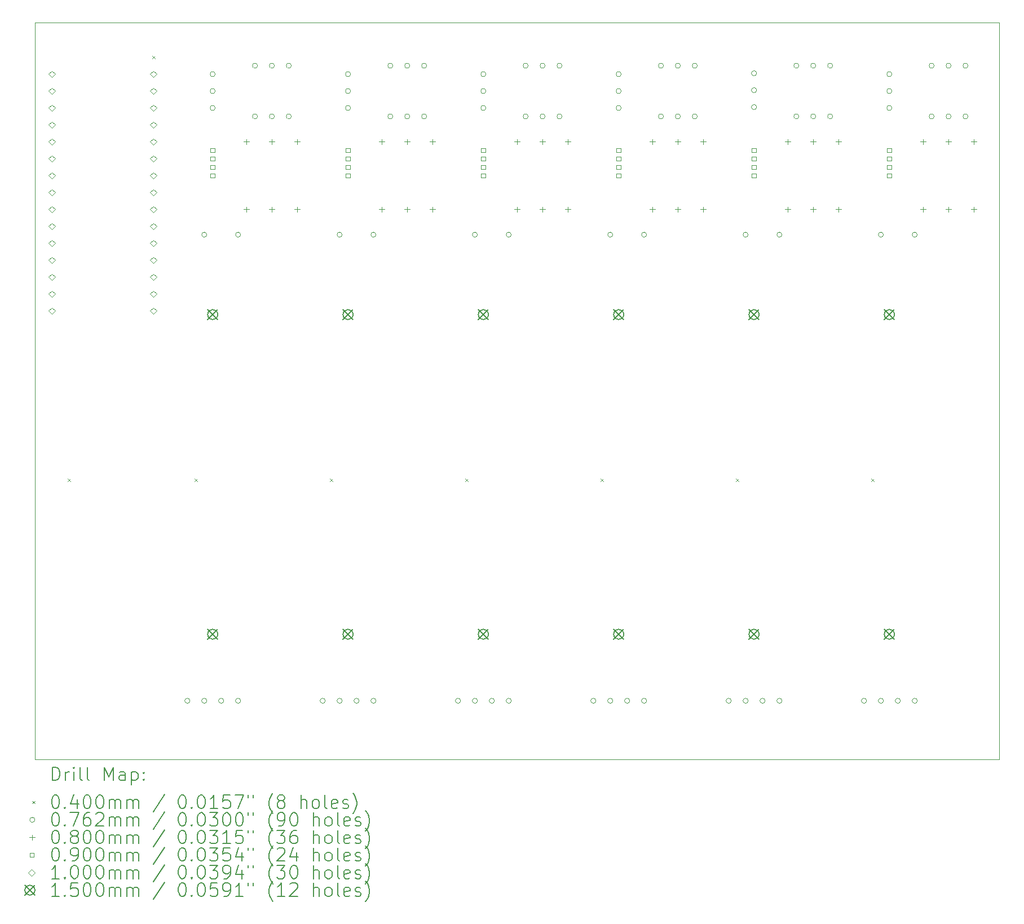
<source format=gbr>
%TF.GenerationSoftware,KiCad,Pcbnew,7.0.10*%
%TF.CreationDate,2024-02-06T01:37:56+08:00*%
%TF.ProjectId,Deej,4465656a-2e6b-4696-9361-645f70636258,rev?*%
%TF.SameCoordinates,Original*%
%TF.FileFunction,Drillmap*%
%TF.FilePolarity,Positive*%
%FSLAX45Y45*%
G04 Gerber Fmt 4.5, Leading zero omitted, Abs format (unit mm)*
G04 Created by KiCad (PCBNEW 7.0.10) date 2024-02-06 01:37:56*
%MOMM*%
%LPD*%
G01*
G04 APERTURE LIST*
%ADD10C,0.100000*%
%ADD11C,0.200000*%
%ADD12C,0.150000*%
G04 APERTURE END LIST*
D10*
X7241000Y-4304500D02*
X21717000Y-4304500D01*
X21717000Y-15370500D01*
X7241000Y-15370500D01*
X7241000Y-4304500D01*
D11*
D10*
X7727000Y-11156000D02*
X7767000Y-11196000D01*
X7767000Y-11156000D02*
X7727000Y-11196000D01*
X8997000Y-4806000D02*
X9037000Y-4846000D01*
X9037000Y-4806000D02*
X8997000Y-4846000D01*
X9632000Y-11156000D02*
X9672000Y-11196000D01*
X9672000Y-11156000D02*
X9632000Y-11196000D01*
X11664000Y-11156000D02*
X11704000Y-11196000D01*
X11704000Y-11156000D02*
X11664000Y-11196000D01*
X13696000Y-11156000D02*
X13736000Y-11196000D01*
X13736000Y-11156000D02*
X13696000Y-11196000D01*
X15728000Y-11156000D02*
X15768000Y-11196000D01*
X15768000Y-11156000D02*
X15728000Y-11196000D01*
X17760000Y-11156000D02*
X17800000Y-11196000D01*
X17800000Y-11156000D02*
X17760000Y-11196000D01*
X19792000Y-11156000D02*
X19832000Y-11196000D01*
X19832000Y-11156000D02*
X19792000Y-11196000D01*
X9563100Y-14491500D02*
G75*
G03*
X9486900Y-14491500I-38100J0D01*
G01*
X9486900Y-14491500D02*
G75*
G03*
X9563100Y-14491500I38100J0D01*
G01*
X9817100Y-7491500D02*
G75*
G03*
X9740900Y-7491500I-38100J0D01*
G01*
X9740900Y-7491500D02*
G75*
G03*
X9817100Y-7491500I38100J0D01*
G01*
X9817100Y-14491500D02*
G75*
G03*
X9740900Y-14491500I-38100J0D01*
G01*
X9740900Y-14491500D02*
G75*
G03*
X9817100Y-14491500I38100J0D01*
G01*
X9944100Y-5080000D02*
G75*
G03*
X9867900Y-5080000I-38100J0D01*
G01*
X9867900Y-5080000D02*
G75*
G03*
X9944100Y-5080000I38100J0D01*
G01*
X9944100Y-5334000D02*
G75*
G03*
X9867900Y-5334000I-38100J0D01*
G01*
X9867900Y-5334000D02*
G75*
G03*
X9944100Y-5334000I38100J0D01*
G01*
X9944100Y-5588000D02*
G75*
G03*
X9867900Y-5588000I-38100J0D01*
G01*
X9867900Y-5588000D02*
G75*
G03*
X9944100Y-5588000I38100J0D01*
G01*
X10071100Y-14491500D02*
G75*
G03*
X9994900Y-14491500I-38100J0D01*
G01*
X9994900Y-14491500D02*
G75*
G03*
X10071100Y-14491500I38100J0D01*
G01*
X10325100Y-7491500D02*
G75*
G03*
X10248900Y-7491500I-38100J0D01*
G01*
X10248900Y-7491500D02*
G75*
G03*
X10325100Y-7491500I38100J0D01*
G01*
X10325100Y-14491500D02*
G75*
G03*
X10248900Y-14491500I-38100J0D01*
G01*
X10248900Y-14491500D02*
G75*
G03*
X10325100Y-14491500I38100J0D01*
G01*
X10579171Y-4952929D02*
G75*
G03*
X10502971Y-4952929I-38100J0D01*
G01*
X10502971Y-4952929D02*
G75*
G03*
X10579171Y-4952929I38100J0D01*
G01*
X10579171Y-5714929D02*
G75*
G03*
X10502971Y-5714929I-38100J0D01*
G01*
X10502971Y-5714929D02*
G75*
G03*
X10579171Y-5714929I38100J0D01*
G01*
X10833171Y-4952929D02*
G75*
G03*
X10756971Y-4952929I-38100J0D01*
G01*
X10756971Y-4952929D02*
G75*
G03*
X10833171Y-4952929I38100J0D01*
G01*
X10833171Y-5714929D02*
G75*
G03*
X10756971Y-5714929I-38100J0D01*
G01*
X10756971Y-5714929D02*
G75*
G03*
X10833171Y-5714929I38100J0D01*
G01*
X11087171Y-4952929D02*
G75*
G03*
X11010971Y-4952929I-38100J0D01*
G01*
X11010971Y-4952929D02*
G75*
G03*
X11087171Y-4952929I38100J0D01*
G01*
X11087171Y-5714929D02*
G75*
G03*
X11010971Y-5714929I-38100J0D01*
G01*
X11010971Y-5714929D02*
G75*
G03*
X11087171Y-5714929I38100J0D01*
G01*
X11595100Y-14491500D02*
G75*
G03*
X11518900Y-14491500I-38100J0D01*
G01*
X11518900Y-14491500D02*
G75*
G03*
X11595100Y-14491500I38100J0D01*
G01*
X11849100Y-7491500D02*
G75*
G03*
X11772900Y-7491500I-38100J0D01*
G01*
X11772900Y-7491500D02*
G75*
G03*
X11849100Y-7491500I38100J0D01*
G01*
X11849100Y-14491500D02*
G75*
G03*
X11772900Y-14491500I-38100J0D01*
G01*
X11772900Y-14491500D02*
G75*
G03*
X11849100Y-14491500I38100J0D01*
G01*
X11976100Y-5080000D02*
G75*
G03*
X11899900Y-5080000I-38100J0D01*
G01*
X11899900Y-5080000D02*
G75*
G03*
X11976100Y-5080000I38100J0D01*
G01*
X11976100Y-5334000D02*
G75*
G03*
X11899900Y-5334000I-38100J0D01*
G01*
X11899900Y-5334000D02*
G75*
G03*
X11976100Y-5334000I38100J0D01*
G01*
X11976100Y-5588000D02*
G75*
G03*
X11899900Y-5588000I-38100J0D01*
G01*
X11899900Y-5588000D02*
G75*
G03*
X11976100Y-5588000I38100J0D01*
G01*
X12103100Y-14491500D02*
G75*
G03*
X12026900Y-14491500I-38100J0D01*
G01*
X12026900Y-14491500D02*
G75*
G03*
X12103100Y-14491500I38100J0D01*
G01*
X12357100Y-7491500D02*
G75*
G03*
X12280900Y-7491500I-38100J0D01*
G01*
X12280900Y-7491500D02*
G75*
G03*
X12357100Y-7491500I38100J0D01*
G01*
X12357100Y-14491500D02*
G75*
G03*
X12280900Y-14491500I-38100J0D01*
G01*
X12280900Y-14491500D02*
G75*
G03*
X12357100Y-14491500I38100J0D01*
G01*
X12611100Y-4953000D02*
G75*
G03*
X12534900Y-4953000I-38100J0D01*
G01*
X12534900Y-4953000D02*
G75*
G03*
X12611100Y-4953000I38100J0D01*
G01*
X12611100Y-5715000D02*
G75*
G03*
X12534900Y-5715000I-38100J0D01*
G01*
X12534900Y-5715000D02*
G75*
G03*
X12611100Y-5715000I38100J0D01*
G01*
X12865100Y-4953000D02*
G75*
G03*
X12788900Y-4953000I-38100J0D01*
G01*
X12788900Y-4953000D02*
G75*
G03*
X12865100Y-4953000I38100J0D01*
G01*
X12865100Y-5715000D02*
G75*
G03*
X12788900Y-5715000I-38100J0D01*
G01*
X12788900Y-5715000D02*
G75*
G03*
X12865100Y-5715000I38100J0D01*
G01*
X13119100Y-4953000D02*
G75*
G03*
X13042900Y-4953000I-38100J0D01*
G01*
X13042900Y-4953000D02*
G75*
G03*
X13119100Y-4953000I38100J0D01*
G01*
X13119100Y-5715000D02*
G75*
G03*
X13042900Y-5715000I-38100J0D01*
G01*
X13042900Y-5715000D02*
G75*
G03*
X13119100Y-5715000I38100J0D01*
G01*
X13627100Y-14491500D02*
G75*
G03*
X13550900Y-14491500I-38100J0D01*
G01*
X13550900Y-14491500D02*
G75*
G03*
X13627100Y-14491500I38100J0D01*
G01*
X13881100Y-7491500D02*
G75*
G03*
X13804900Y-7491500I-38100J0D01*
G01*
X13804900Y-7491500D02*
G75*
G03*
X13881100Y-7491500I38100J0D01*
G01*
X13881100Y-14491500D02*
G75*
G03*
X13804900Y-14491500I-38100J0D01*
G01*
X13804900Y-14491500D02*
G75*
G03*
X13881100Y-14491500I38100J0D01*
G01*
X14008100Y-5080000D02*
G75*
G03*
X13931900Y-5080000I-38100J0D01*
G01*
X13931900Y-5080000D02*
G75*
G03*
X14008100Y-5080000I38100J0D01*
G01*
X14008100Y-5334000D02*
G75*
G03*
X13931900Y-5334000I-38100J0D01*
G01*
X13931900Y-5334000D02*
G75*
G03*
X14008100Y-5334000I38100J0D01*
G01*
X14008100Y-5588000D02*
G75*
G03*
X13931900Y-5588000I-38100J0D01*
G01*
X13931900Y-5588000D02*
G75*
G03*
X14008100Y-5588000I38100J0D01*
G01*
X14135100Y-14491500D02*
G75*
G03*
X14058900Y-14491500I-38100J0D01*
G01*
X14058900Y-14491500D02*
G75*
G03*
X14135100Y-14491500I38100J0D01*
G01*
X14389100Y-7491500D02*
G75*
G03*
X14312900Y-7491500I-38100J0D01*
G01*
X14312900Y-7491500D02*
G75*
G03*
X14389100Y-7491500I38100J0D01*
G01*
X14389100Y-14491500D02*
G75*
G03*
X14312900Y-14491500I-38100J0D01*
G01*
X14312900Y-14491500D02*
G75*
G03*
X14389100Y-14491500I38100J0D01*
G01*
X14643100Y-4953000D02*
G75*
G03*
X14566900Y-4953000I-38100J0D01*
G01*
X14566900Y-4953000D02*
G75*
G03*
X14643100Y-4953000I38100J0D01*
G01*
X14643100Y-5715000D02*
G75*
G03*
X14566900Y-5715000I-38100J0D01*
G01*
X14566900Y-5715000D02*
G75*
G03*
X14643100Y-5715000I38100J0D01*
G01*
X14897100Y-4953000D02*
G75*
G03*
X14820900Y-4953000I-38100J0D01*
G01*
X14820900Y-4953000D02*
G75*
G03*
X14897100Y-4953000I38100J0D01*
G01*
X14897100Y-5715000D02*
G75*
G03*
X14820900Y-5715000I-38100J0D01*
G01*
X14820900Y-5715000D02*
G75*
G03*
X14897100Y-5715000I38100J0D01*
G01*
X15151100Y-4953000D02*
G75*
G03*
X15074900Y-4953000I-38100J0D01*
G01*
X15074900Y-4953000D02*
G75*
G03*
X15151100Y-4953000I38100J0D01*
G01*
X15151100Y-5715000D02*
G75*
G03*
X15074900Y-5715000I-38100J0D01*
G01*
X15074900Y-5715000D02*
G75*
G03*
X15151100Y-5715000I38100J0D01*
G01*
X15659100Y-14491500D02*
G75*
G03*
X15582900Y-14491500I-38100J0D01*
G01*
X15582900Y-14491500D02*
G75*
G03*
X15659100Y-14491500I38100J0D01*
G01*
X15913100Y-7491500D02*
G75*
G03*
X15836900Y-7491500I-38100J0D01*
G01*
X15836900Y-7491500D02*
G75*
G03*
X15913100Y-7491500I38100J0D01*
G01*
X15913100Y-14491500D02*
G75*
G03*
X15836900Y-14491500I-38100J0D01*
G01*
X15836900Y-14491500D02*
G75*
G03*
X15913100Y-14491500I38100J0D01*
G01*
X16040100Y-5080000D02*
G75*
G03*
X15963900Y-5080000I-38100J0D01*
G01*
X15963900Y-5080000D02*
G75*
G03*
X16040100Y-5080000I38100J0D01*
G01*
X16040100Y-5334000D02*
G75*
G03*
X15963900Y-5334000I-38100J0D01*
G01*
X15963900Y-5334000D02*
G75*
G03*
X16040100Y-5334000I38100J0D01*
G01*
X16040100Y-5588000D02*
G75*
G03*
X15963900Y-5588000I-38100J0D01*
G01*
X15963900Y-5588000D02*
G75*
G03*
X16040100Y-5588000I38100J0D01*
G01*
X16167100Y-14491500D02*
G75*
G03*
X16090900Y-14491500I-38100J0D01*
G01*
X16090900Y-14491500D02*
G75*
G03*
X16167100Y-14491500I38100J0D01*
G01*
X16421100Y-7491500D02*
G75*
G03*
X16344900Y-7491500I-38100J0D01*
G01*
X16344900Y-7491500D02*
G75*
G03*
X16421100Y-7491500I38100J0D01*
G01*
X16421100Y-14491500D02*
G75*
G03*
X16344900Y-14491500I-38100J0D01*
G01*
X16344900Y-14491500D02*
G75*
G03*
X16421100Y-14491500I38100J0D01*
G01*
X16675100Y-4953000D02*
G75*
G03*
X16598900Y-4953000I-38100J0D01*
G01*
X16598900Y-4953000D02*
G75*
G03*
X16675100Y-4953000I38100J0D01*
G01*
X16675100Y-5715000D02*
G75*
G03*
X16598900Y-5715000I-38100J0D01*
G01*
X16598900Y-5715000D02*
G75*
G03*
X16675100Y-5715000I38100J0D01*
G01*
X16929100Y-4953000D02*
G75*
G03*
X16852900Y-4953000I-38100J0D01*
G01*
X16852900Y-4953000D02*
G75*
G03*
X16929100Y-4953000I38100J0D01*
G01*
X16929100Y-5715000D02*
G75*
G03*
X16852900Y-5715000I-38100J0D01*
G01*
X16852900Y-5715000D02*
G75*
G03*
X16929100Y-5715000I38100J0D01*
G01*
X17183100Y-4953000D02*
G75*
G03*
X17106900Y-4953000I-38100J0D01*
G01*
X17106900Y-4953000D02*
G75*
G03*
X17183100Y-4953000I38100J0D01*
G01*
X17183100Y-5715000D02*
G75*
G03*
X17106900Y-5715000I-38100J0D01*
G01*
X17106900Y-5715000D02*
G75*
G03*
X17183100Y-5715000I38100J0D01*
G01*
X17691100Y-14491500D02*
G75*
G03*
X17614900Y-14491500I-38100J0D01*
G01*
X17614900Y-14491500D02*
G75*
G03*
X17691100Y-14491500I38100J0D01*
G01*
X17945100Y-7491500D02*
G75*
G03*
X17868900Y-7491500I-38100J0D01*
G01*
X17868900Y-7491500D02*
G75*
G03*
X17945100Y-7491500I38100J0D01*
G01*
X17945100Y-14491500D02*
G75*
G03*
X17868900Y-14491500I-38100J0D01*
G01*
X17868900Y-14491500D02*
G75*
G03*
X17945100Y-14491500I38100J0D01*
G01*
X18072100Y-5066500D02*
G75*
G03*
X17995900Y-5066500I-38100J0D01*
G01*
X17995900Y-5066500D02*
G75*
G03*
X18072100Y-5066500I38100J0D01*
G01*
X18072100Y-5320500D02*
G75*
G03*
X17995900Y-5320500I-38100J0D01*
G01*
X17995900Y-5320500D02*
G75*
G03*
X18072100Y-5320500I38100J0D01*
G01*
X18072100Y-5574500D02*
G75*
G03*
X17995900Y-5574500I-38100J0D01*
G01*
X17995900Y-5574500D02*
G75*
G03*
X18072100Y-5574500I38100J0D01*
G01*
X18199100Y-14491500D02*
G75*
G03*
X18122900Y-14491500I-38100J0D01*
G01*
X18122900Y-14491500D02*
G75*
G03*
X18199100Y-14491500I38100J0D01*
G01*
X18453100Y-7491500D02*
G75*
G03*
X18376900Y-7491500I-38100J0D01*
G01*
X18376900Y-7491500D02*
G75*
G03*
X18453100Y-7491500I38100J0D01*
G01*
X18453100Y-14491500D02*
G75*
G03*
X18376900Y-14491500I-38100J0D01*
G01*
X18376900Y-14491500D02*
G75*
G03*
X18453100Y-14491500I38100J0D01*
G01*
X18707100Y-4952929D02*
G75*
G03*
X18630900Y-4952929I-38100J0D01*
G01*
X18630900Y-4952929D02*
G75*
G03*
X18707100Y-4952929I38100J0D01*
G01*
X18707100Y-5714929D02*
G75*
G03*
X18630900Y-5714929I-38100J0D01*
G01*
X18630900Y-5714929D02*
G75*
G03*
X18707100Y-5714929I38100J0D01*
G01*
X18961100Y-4952929D02*
G75*
G03*
X18884900Y-4952929I-38100J0D01*
G01*
X18884900Y-4952929D02*
G75*
G03*
X18961100Y-4952929I38100J0D01*
G01*
X18961100Y-5714929D02*
G75*
G03*
X18884900Y-5714929I-38100J0D01*
G01*
X18884900Y-5714929D02*
G75*
G03*
X18961100Y-5714929I38100J0D01*
G01*
X19215100Y-4952929D02*
G75*
G03*
X19138900Y-4952929I-38100J0D01*
G01*
X19138900Y-4952929D02*
G75*
G03*
X19215100Y-4952929I38100J0D01*
G01*
X19215100Y-5714929D02*
G75*
G03*
X19138900Y-5714929I-38100J0D01*
G01*
X19138900Y-5714929D02*
G75*
G03*
X19215100Y-5714929I38100J0D01*
G01*
X19723100Y-14491500D02*
G75*
G03*
X19646900Y-14491500I-38100J0D01*
G01*
X19646900Y-14491500D02*
G75*
G03*
X19723100Y-14491500I38100J0D01*
G01*
X19977100Y-7491500D02*
G75*
G03*
X19900900Y-7491500I-38100J0D01*
G01*
X19900900Y-7491500D02*
G75*
G03*
X19977100Y-7491500I38100J0D01*
G01*
X19977100Y-14491500D02*
G75*
G03*
X19900900Y-14491500I-38100J0D01*
G01*
X19900900Y-14491500D02*
G75*
G03*
X19977100Y-14491500I38100J0D01*
G01*
X20104100Y-5080000D02*
G75*
G03*
X20027900Y-5080000I-38100J0D01*
G01*
X20027900Y-5080000D02*
G75*
G03*
X20104100Y-5080000I38100J0D01*
G01*
X20104100Y-5334000D02*
G75*
G03*
X20027900Y-5334000I-38100J0D01*
G01*
X20027900Y-5334000D02*
G75*
G03*
X20104100Y-5334000I38100J0D01*
G01*
X20104100Y-5588000D02*
G75*
G03*
X20027900Y-5588000I-38100J0D01*
G01*
X20027900Y-5588000D02*
G75*
G03*
X20104100Y-5588000I38100J0D01*
G01*
X20231100Y-14491500D02*
G75*
G03*
X20154900Y-14491500I-38100J0D01*
G01*
X20154900Y-14491500D02*
G75*
G03*
X20231100Y-14491500I38100J0D01*
G01*
X20485100Y-7491500D02*
G75*
G03*
X20408900Y-7491500I-38100J0D01*
G01*
X20408900Y-7491500D02*
G75*
G03*
X20485100Y-7491500I38100J0D01*
G01*
X20485100Y-14491500D02*
G75*
G03*
X20408900Y-14491500I-38100J0D01*
G01*
X20408900Y-14491500D02*
G75*
G03*
X20485100Y-14491500I38100J0D01*
G01*
X20739100Y-4953000D02*
G75*
G03*
X20662900Y-4953000I-38100J0D01*
G01*
X20662900Y-4953000D02*
G75*
G03*
X20739100Y-4953000I38100J0D01*
G01*
X20739100Y-5715000D02*
G75*
G03*
X20662900Y-5715000I-38100J0D01*
G01*
X20662900Y-5715000D02*
G75*
G03*
X20739100Y-5715000I38100J0D01*
G01*
X20993100Y-4953000D02*
G75*
G03*
X20916900Y-4953000I-38100J0D01*
G01*
X20916900Y-4953000D02*
G75*
G03*
X20993100Y-4953000I38100J0D01*
G01*
X20993100Y-5715000D02*
G75*
G03*
X20916900Y-5715000I-38100J0D01*
G01*
X20916900Y-5715000D02*
G75*
G03*
X20993100Y-5715000I38100J0D01*
G01*
X21247100Y-4953000D02*
G75*
G03*
X21170900Y-4953000I-38100J0D01*
G01*
X21170900Y-4953000D02*
G75*
G03*
X21247100Y-4953000I38100J0D01*
G01*
X21247100Y-5715000D02*
G75*
G03*
X21170900Y-5715000I-38100J0D01*
G01*
X21170900Y-5715000D02*
G75*
G03*
X21247100Y-5715000I38100J0D01*
G01*
X10414000Y-6056000D02*
X10414000Y-6136000D01*
X10374000Y-6096000D02*
X10454000Y-6096000D01*
X10414000Y-7072000D02*
X10414000Y-7152000D01*
X10374000Y-7112000D02*
X10454000Y-7112000D01*
X10795000Y-6056000D02*
X10795000Y-6136000D01*
X10755000Y-6096000D02*
X10835000Y-6096000D01*
X10795000Y-7072000D02*
X10795000Y-7152000D01*
X10755000Y-7112000D02*
X10835000Y-7112000D01*
X11176000Y-6056000D02*
X11176000Y-6136000D01*
X11136000Y-6096000D02*
X11216000Y-6096000D01*
X11176000Y-7072000D02*
X11176000Y-7152000D01*
X11136000Y-7112000D02*
X11216000Y-7112000D01*
X12446000Y-6056000D02*
X12446000Y-6136000D01*
X12406000Y-6096000D02*
X12486000Y-6096000D01*
X12446000Y-7072000D02*
X12446000Y-7152000D01*
X12406000Y-7112000D02*
X12486000Y-7112000D01*
X12827000Y-6056000D02*
X12827000Y-6136000D01*
X12787000Y-6096000D02*
X12867000Y-6096000D01*
X12827000Y-7072000D02*
X12827000Y-7152000D01*
X12787000Y-7112000D02*
X12867000Y-7112000D01*
X13208000Y-6056000D02*
X13208000Y-6136000D01*
X13168000Y-6096000D02*
X13248000Y-6096000D01*
X13208000Y-7072000D02*
X13208000Y-7152000D01*
X13168000Y-7112000D02*
X13248000Y-7112000D01*
X14478000Y-6056000D02*
X14478000Y-6136000D01*
X14438000Y-6096000D02*
X14518000Y-6096000D01*
X14478000Y-7072000D02*
X14478000Y-7152000D01*
X14438000Y-7112000D02*
X14518000Y-7112000D01*
X14859000Y-6056000D02*
X14859000Y-6136000D01*
X14819000Y-6096000D02*
X14899000Y-6096000D01*
X14859000Y-7072000D02*
X14859000Y-7152000D01*
X14819000Y-7112000D02*
X14899000Y-7112000D01*
X15240000Y-6056000D02*
X15240000Y-6136000D01*
X15200000Y-6096000D02*
X15280000Y-6096000D01*
X15240000Y-7072000D02*
X15240000Y-7152000D01*
X15200000Y-7112000D02*
X15280000Y-7112000D01*
X16510000Y-6056000D02*
X16510000Y-6136000D01*
X16470000Y-6096000D02*
X16550000Y-6096000D01*
X16510000Y-7072000D02*
X16510000Y-7152000D01*
X16470000Y-7112000D02*
X16550000Y-7112000D01*
X16891000Y-6056000D02*
X16891000Y-6136000D01*
X16851000Y-6096000D02*
X16931000Y-6096000D01*
X16891000Y-7072000D02*
X16891000Y-7152000D01*
X16851000Y-7112000D02*
X16931000Y-7112000D01*
X17272000Y-6056000D02*
X17272000Y-6136000D01*
X17232000Y-6096000D02*
X17312000Y-6096000D01*
X17272000Y-7072000D02*
X17272000Y-7152000D01*
X17232000Y-7112000D02*
X17312000Y-7112000D01*
X18542000Y-6056000D02*
X18542000Y-6136000D01*
X18502000Y-6096000D02*
X18582000Y-6096000D01*
X18542000Y-7072000D02*
X18542000Y-7152000D01*
X18502000Y-7112000D02*
X18582000Y-7112000D01*
X18923000Y-6056000D02*
X18923000Y-6136000D01*
X18883000Y-6096000D02*
X18963000Y-6096000D01*
X18923000Y-7072000D02*
X18923000Y-7152000D01*
X18883000Y-7112000D02*
X18963000Y-7112000D01*
X19304000Y-6056000D02*
X19304000Y-6136000D01*
X19264000Y-6096000D02*
X19344000Y-6096000D01*
X19304000Y-7072000D02*
X19304000Y-7152000D01*
X19264000Y-7112000D02*
X19344000Y-7112000D01*
X20574000Y-6056000D02*
X20574000Y-6136000D01*
X20534000Y-6096000D02*
X20614000Y-6096000D01*
X20574000Y-7072000D02*
X20574000Y-7152000D01*
X20534000Y-7112000D02*
X20614000Y-7112000D01*
X20955000Y-6056000D02*
X20955000Y-6136000D01*
X20915000Y-6096000D02*
X20995000Y-6096000D01*
X20955000Y-7072000D02*
X20955000Y-7152000D01*
X20915000Y-7112000D02*
X20995000Y-7112000D01*
X21336000Y-6056000D02*
X21336000Y-6136000D01*
X21296000Y-6096000D02*
X21376000Y-6096000D01*
X21336000Y-7072000D02*
X21336000Y-7152000D01*
X21296000Y-7112000D02*
X21376000Y-7112000D01*
X9937820Y-6254820D02*
X9937820Y-6191180D01*
X9874180Y-6191180D01*
X9874180Y-6254820D01*
X9937820Y-6254820D01*
X9937820Y-6381820D02*
X9937820Y-6318180D01*
X9874180Y-6318180D01*
X9874180Y-6381820D01*
X9937820Y-6381820D01*
X9937820Y-6508820D02*
X9937820Y-6445180D01*
X9874180Y-6445180D01*
X9874180Y-6508820D01*
X9937820Y-6508820D01*
X9937820Y-6635820D02*
X9937820Y-6572180D01*
X9874180Y-6572180D01*
X9874180Y-6635820D01*
X9937820Y-6635820D01*
X11969820Y-6254820D02*
X11969820Y-6191180D01*
X11906180Y-6191180D01*
X11906180Y-6254820D01*
X11969820Y-6254820D01*
X11969820Y-6381820D02*
X11969820Y-6318180D01*
X11906180Y-6318180D01*
X11906180Y-6381820D01*
X11969820Y-6381820D01*
X11969820Y-6508820D02*
X11969820Y-6445180D01*
X11906180Y-6445180D01*
X11906180Y-6508820D01*
X11969820Y-6508820D01*
X11969820Y-6635820D02*
X11969820Y-6572180D01*
X11906180Y-6572180D01*
X11906180Y-6635820D01*
X11969820Y-6635820D01*
X14001820Y-6254820D02*
X14001820Y-6191180D01*
X13938180Y-6191180D01*
X13938180Y-6254820D01*
X14001820Y-6254820D01*
X14001820Y-6381820D02*
X14001820Y-6318180D01*
X13938180Y-6318180D01*
X13938180Y-6381820D01*
X14001820Y-6381820D01*
X14001820Y-6508820D02*
X14001820Y-6445180D01*
X13938180Y-6445180D01*
X13938180Y-6508820D01*
X14001820Y-6508820D01*
X14001820Y-6635820D02*
X14001820Y-6572180D01*
X13938180Y-6572180D01*
X13938180Y-6635820D01*
X14001820Y-6635820D01*
X16033820Y-6254820D02*
X16033820Y-6191180D01*
X15970180Y-6191180D01*
X15970180Y-6254820D01*
X16033820Y-6254820D01*
X16033820Y-6381820D02*
X16033820Y-6318180D01*
X15970180Y-6318180D01*
X15970180Y-6381820D01*
X16033820Y-6381820D01*
X16033820Y-6508820D02*
X16033820Y-6445180D01*
X15970180Y-6445180D01*
X15970180Y-6508820D01*
X16033820Y-6508820D01*
X16033820Y-6635820D02*
X16033820Y-6572180D01*
X15970180Y-6572180D01*
X15970180Y-6635820D01*
X16033820Y-6635820D01*
X18065820Y-6254820D02*
X18065820Y-6191180D01*
X18002180Y-6191180D01*
X18002180Y-6254820D01*
X18065820Y-6254820D01*
X18065820Y-6381820D02*
X18065820Y-6318180D01*
X18002180Y-6318180D01*
X18002180Y-6381820D01*
X18065820Y-6381820D01*
X18065820Y-6508820D02*
X18065820Y-6445180D01*
X18002180Y-6445180D01*
X18002180Y-6508820D01*
X18065820Y-6508820D01*
X18065820Y-6635820D02*
X18065820Y-6572180D01*
X18002180Y-6572180D01*
X18002180Y-6635820D01*
X18065820Y-6635820D01*
X20097820Y-6254820D02*
X20097820Y-6191180D01*
X20034180Y-6191180D01*
X20034180Y-6254820D01*
X20097820Y-6254820D01*
X20097820Y-6381820D02*
X20097820Y-6318180D01*
X20034180Y-6318180D01*
X20034180Y-6381820D01*
X20097820Y-6381820D01*
X20097820Y-6508820D02*
X20097820Y-6445180D01*
X20034180Y-6445180D01*
X20034180Y-6508820D01*
X20097820Y-6508820D01*
X20097820Y-6635820D02*
X20097820Y-6572180D01*
X20034180Y-6572180D01*
X20034180Y-6635820D01*
X20097820Y-6635820D01*
X7493000Y-5130000D02*
X7543000Y-5080000D01*
X7493000Y-5030000D01*
X7443000Y-5080000D01*
X7493000Y-5130000D01*
X7493000Y-5384000D02*
X7543000Y-5334000D01*
X7493000Y-5284000D01*
X7443000Y-5334000D01*
X7493000Y-5384000D01*
X7493000Y-5638000D02*
X7543000Y-5588000D01*
X7493000Y-5538000D01*
X7443000Y-5588000D01*
X7493000Y-5638000D01*
X7493000Y-5892000D02*
X7543000Y-5842000D01*
X7493000Y-5792000D01*
X7443000Y-5842000D01*
X7493000Y-5892000D01*
X7493000Y-6146000D02*
X7543000Y-6096000D01*
X7493000Y-6046000D01*
X7443000Y-6096000D01*
X7493000Y-6146000D01*
X7493000Y-6400000D02*
X7543000Y-6350000D01*
X7493000Y-6300000D01*
X7443000Y-6350000D01*
X7493000Y-6400000D01*
X7493000Y-6654000D02*
X7543000Y-6604000D01*
X7493000Y-6554000D01*
X7443000Y-6604000D01*
X7493000Y-6654000D01*
X7493000Y-6908000D02*
X7543000Y-6858000D01*
X7493000Y-6808000D01*
X7443000Y-6858000D01*
X7493000Y-6908000D01*
X7493000Y-7162000D02*
X7543000Y-7112000D01*
X7493000Y-7062000D01*
X7443000Y-7112000D01*
X7493000Y-7162000D01*
X7493000Y-7416000D02*
X7543000Y-7366000D01*
X7493000Y-7316000D01*
X7443000Y-7366000D01*
X7493000Y-7416000D01*
X7493000Y-7670000D02*
X7543000Y-7620000D01*
X7493000Y-7570000D01*
X7443000Y-7620000D01*
X7493000Y-7670000D01*
X7493000Y-7924000D02*
X7543000Y-7874000D01*
X7493000Y-7824000D01*
X7443000Y-7874000D01*
X7493000Y-7924000D01*
X7493000Y-8178000D02*
X7543000Y-8128000D01*
X7493000Y-8078000D01*
X7443000Y-8128000D01*
X7493000Y-8178000D01*
X7493000Y-8432000D02*
X7543000Y-8382000D01*
X7493000Y-8332000D01*
X7443000Y-8382000D01*
X7493000Y-8432000D01*
X7493000Y-8686000D02*
X7543000Y-8636000D01*
X7493000Y-8586000D01*
X7443000Y-8636000D01*
X7493000Y-8686000D01*
X9017000Y-5130000D02*
X9067000Y-5080000D01*
X9017000Y-5030000D01*
X8967000Y-5080000D01*
X9017000Y-5130000D01*
X9017000Y-5384000D02*
X9067000Y-5334000D01*
X9017000Y-5284000D01*
X8967000Y-5334000D01*
X9017000Y-5384000D01*
X9017000Y-5638000D02*
X9067000Y-5588000D01*
X9017000Y-5538000D01*
X8967000Y-5588000D01*
X9017000Y-5638000D01*
X9017000Y-5892000D02*
X9067000Y-5842000D01*
X9017000Y-5792000D01*
X8967000Y-5842000D01*
X9017000Y-5892000D01*
X9017000Y-6146000D02*
X9067000Y-6096000D01*
X9017000Y-6046000D01*
X8967000Y-6096000D01*
X9017000Y-6146000D01*
X9017000Y-6400000D02*
X9067000Y-6350000D01*
X9017000Y-6300000D01*
X8967000Y-6350000D01*
X9017000Y-6400000D01*
X9017000Y-6654000D02*
X9067000Y-6604000D01*
X9017000Y-6554000D01*
X8967000Y-6604000D01*
X9017000Y-6654000D01*
X9017000Y-6908000D02*
X9067000Y-6858000D01*
X9017000Y-6808000D01*
X8967000Y-6858000D01*
X9017000Y-6908000D01*
X9017000Y-7162000D02*
X9067000Y-7112000D01*
X9017000Y-7062000D01*
X8967000Y-7112000D01*
X9017000Y-7162000D01*
X9017000Y-7416000D02*
X9067000Y-7366000D01*
X9017000Y-7316000D01*
X8967000Y-7366000D01*
X9017000Y-7416000D01*
X9017000Y-7670000D02*
X9067000Y-7620000D01*
X9017000Y-7570000D01*
X8967000Y-7620000D01*
X9017000Y-7670000D01*
X9017000Y-7924000D02*
X9067000Y-7874000D01*
X9017000Y-7824000D01*
X8967000Y-7874000D01*
X9017000Y-7924000D01*
X9017000Y-8178000D02*
X9067000Y-8128000D01*
X9017000Y-8078000D01*
X8967000Y-8128000D01*
X9017000Y-8178000D01*
X9017000Y-8432000D02*
X9067000Y-8382000D01*
X9017000Y-8332000D01*
X8967000Y-8382000D01*
X9017000Y-8432000D01*
X9017000Y-8686000D02*
X9067000Y-8636000D01*
X9017000Y-8586000D01*
X8967000Y-8636000D01*
X9017000Y-8686000D01*
D12*
X9831000Y-8616500D02*
X9981000Y-8766500D01*
X9981000Y-8616500D02*
X9831000Y-8766500D01*
X9981000Y-8691500D02*
G75*
G03*
X9831000Y-8691500I-75000J0D01*
G01*
X9831000Y-8691500D02*
G75*
G03*
X9981000Y-8691500I75000J0D01*
G01*
X9831000Y-13416500D02*
X9981000Y-13566500D01*
X9981000Y-13416500D02*
X9831000Y-13566500D01*
X9981000Y-13491500D02*
G75*
G03*
X9831000Y-13491500I-75000J0D01*
G01*
X9831000Y-13491500D02*
G75*
G03*
X9981000Y-13491500I75000J0D01*
G01*
X11863000Y-8616500D02*
X12013000Y-8766500D01*
X12013000Y-8616500D02*
X11863000Y-8766500D01*
X12013000Y-8691500D02*
G75*
G03*
X11863000Y-8691500I-75000J0D01*
G01*
X11863000Y-8691500D02*
G75*
G03*
X12013000Y-8691500I75000J0D01*
G01*
X11863000Y-13416500D02*
X12013000Y-13566500D01*
X12013000Y-13416500D02*
X11863000Y-13566500D01*
X12013000Y-13491500D02*
G75*
G03*
X11863000Y-13491500I-75000J0D01*
G01*
X11863000Y-13491500D02*
G75*
G03*
X12013000Y-13491500I75000J0D01*
G01*
X13895000Y-8616500D02*
X14045000Y-8766500D01*
X14045000Y-8616500D02*
X13895000Y-8766500D01*
X14045000Y-8691500D02*
G75*
G03*
X13895000Y-8691500I-75000J0D01*
G01*
X13895000Y-8691500D02*
G75*
G03*
X14045000Y-8691500I75000J0D01*
G01*
X13895000Y-13416500D02*
X14045000Y-13566500D01*
X14045000Y-13416500D02*
X13895000Y-13566500D01*
X14045000Y-13491500D02*
G75*
G03*
X13895000Y-13491500I-75000J0D01*
G01*
X13895000Y-13491500D02*
G75*
G03*
X14045000Y-13491500I75000J0D01*
G01*
X15927000Y-8616500D02*
X16077000Y-8766500D01*
X16077000Y-8616500D02*
X15927000Y-8766500D01*
X16077000Y-8691500D02*
G75*
G03*
X15927000Y-8691500I-75000J0D01*
G01*
X15927000Y-8691500D02*
G75*
G03*
X16077000Y-8691500I75000J0D01*
G01*
X15927000Y-13416500D02*
X16077000Y-13566500D01*
X16077000Y-13416500D02*
X15927000Y-13566500D01*
X16077000Y-13491500D02*
G75*
G03*
X15927000Y-13491500I-75000J0D01*
G01*
X15927000Y-13491500D02*
G75*
G03*
X16077000Y-13491500I75000J0D01*
G01*
X17959000Y-8616500D02*
X18109000Y-8766500D01*
X18109000Y-8616500D02*
X17959000Y-8766500D01*
X18109000Y-8691500D02*
G75*
G03*
X17959000Y-8691500I-75000J0D01*
G01*
X17959000Y-8691500D02*
G75*
G03*
X18109000Y-8691500I75000J0D01*
G01*
X17959000Y-13416500D02*
X18109000Y-13566500D01*
X18109000Y-13416500D02*
X17959000Y-13566500D01*
X18109000Y-13491500D02*
G75*
G03*
X17959000Y-13491500I-75000J0D01*
G01*
X17959000Y-13491500D02*
G75*
G03*
X18109000Y-13491500I75000J0D01*
G01*
X19991000Y-8616500D02*
X20141000Y-8766500D01*
X20141000Y-8616500D02*
X19991000Y-8766500D01*
X20141000Y-8691500D02*
G75*
G03*
X19991000Y-8691500I-75000J0D01*
G01*
X19991000Y-8691500D02*
G75*
G03*
X20141000Y-8691500I75000J0D01*
G01*
X19991000Y-13416500D02*
X20141000Y-13566500D01*
X20141000Y-13416500D02*
X19991000Y-13566500D01*
X20141000Y-13491500D02*
G75*
G03*
X19991000Y-13491500I-75000J0D01*
G01*
X19991000Y-13491500D02*
G75*
G03*
X20141000Y-13491500I75000J0D01*
G01*
D11*
X7496777Y-15686984D02*
X7496777Y-15486984D01*
X7496777Y-15486984D02*
X7544396Y-15486984D01*
X7544396Y-15486984D02*
X7572967Y-15496508D01*
X7572967Y-15496508D02*
X7592015Y-15515555D01*
X7592015Y-15515555D02*
X7601539Y-15534603D01*
X7601539Y-15534603D02*
X7611062Y-15572698D01*
X7611062Y-15572698D02*
X7611062Y-15601269D01*
X7611062Y-15601269D02*
X7601539Y-15639365D01*
X7601539Y-15639365D02*
X7592015Y-15658412D01*
X7592015Y-15658412D02*
X7572967Y-15677460D01*
X7572967Y-15677460D02*
X7544396Y-15686984D01*
X7544396Y-15686984D02*
X7496777Y-15686984D01*
X7696777Y-15686984D02*
X7696777Y-15553650D01*
X7696777Y-15591746D02*
X7706301Y-15572698D01*
X7706301Y-15572698D02*
X7715824Y-15563174D01*
X7715824Y-15563174D02*
X7734872Y-15553650D01*
X7734872Y-15553650D02*
X7753920Y-15553650D01*
X7820586Y-15686984D02*
X7820586Y-15553650D01*
X7820586Y-15486984D02*
X7811062Y-15496508D01*
X7811062Y-15496508D02*
X7820586Y-15506031D01*
X7820586Y-15506031D02*
X7830110Y-15496508D01*
X7830110Y-15496508D02*
X7820586Y-15486984D01*
X7820586Y-15486984D02*
X7820586Y-15506031D01*
X7944396Y-15686984D02*
X7925348Y-15677460D01*
X7925348Y-15677460D02*
X7915824Y-15658412D01*
X7915824Y-15658412D02*
X7915824Y-15486984D01*
X8049158Y-15686984D02*
X8030110Y-15677460D01*
X8030110Y-15677460D02*
X8020586Y-15658412D01*
X8020586Y-15658412D02*
X8020586Y-15486984D01*
X8277729Y-15686984D02*
X8277729Y-15486984D01*
X8277729Y-15486984D02*
X8344396Y-15629841D01*
X8344396Y-15629841D02*
X8411063Y-15486984D01*
X8411063Y-15486984D02*
X8411063Y-15686984D01*
X8592015Y-15686984D02*
X8592015Y-15582222D01*
X8592015Y-15582222D02*
X8582491Y-15563174D01*
X8582491Y-15563174D02*
X8563444Y-15553650D01*
X8563444Y-15553650D02*
X8525348Y-15553650D01*
X8525348Y-15553650D02*
X8506301Y-15563174D01*
X8592015Y-15677460D02*
X8572967Y-15686984D01*
X8572967Y-15686984D02*
X8525348Y-15686984D01*
X8525348Y-15686984D02*
X8506301Y-15677460D01*
X8506301Y-15677460D02*
X8496777Y-15658412D01*
X8496777Y-15658412D02*
X8496777Y-15639365D01*
X8496777Y-15639365D02*
X8506301Y-15620317D01*
X8506301Y-15620317D02*
X8525348Y-15610793D01*
X8525348Y-15610793D02*
X8572967Y-15610793D01*
X8572967Y-15610793D02*
X8592015Y-15601269D01*
X8687253Y-15553650D02*
X8687253Y-15753650D01*
X8687253Y-15563174D02*
X8706301Y-15553650D01*
X8706301Y-15553650D02*
X8744396Y-15553650D01*
X8744396Y-15553650D02*
X8763444Y-15563174D01*
X8763444Y-15563174D02*
X8772967Y-15572698D01*
X8772967Y-15572698D02*
X8782491Y-15591746D01*
X8782491Y-15591746D02*
X8782491Y-15648888D01*
X8782491Y-15648888D02*
X8772967Y-15667936D01*
X8772967Y-15667936D02*
X8763444Y-15677460D01*
X8763444Y-15677460D02*
X8744396Y-15686984D01*
X8744396Y-15686984D02*
X8706301Y-15686984D01*
X8706301Y-15686984D02*
X8687253Y-15677460D01*
X8868205Y-15667936D02*
X8877729Y-15677460D01*
X8877729Y-15677460D02*
X8868205Y-15686984D01*
X8868205Y-15686984D02*
X8858682Y-15677460D01*
X8858682Y-15677460D02*
X8868205Y-15667936D01*
X8868205Y-15667936D02*
X8868205Y-15686984D01*
X8868205Y-15563174D02*
X8877729Y-15572698D01*
X8877729Y-15572698D02*
X8868205Y-15582222D01*
X8868205Y-15582222D02*
X8858682Y-15572698D01*
X8858682Y-15572698D02*
X8868205Y-15563174D01*
X8868205Y-15563174D02*
X8868205Y-15582222D01*
D10*
X7196000Y-15995500D02*
X7236000Y-16035500D01*
X7236000Y-15995500D02*
X7196000Y-16035500D01*
D11*
X7534872Y-15906984D02*
X7553920Y-15906984D01*
X7553920Y-15906984D02*
X7572967Y-15916508D01*
X7572967Y-15916508D02*
X7582491Y-15926031D01*
X7582491Y-15926031D02*
X7592015Y-15945079D01*
X7592015Y-15945079D02*
X7601539Y-15983174D01*
X7601539Y-15983174D02*
X7601539Y-16030793D01*
X7601539Y-16030793D02*
X7592015Y-16068888D01*
X7592015Y-16068888D02*
X7582491Y-16087936D01*
X7582491Y-16087936D02*
X7572967Y-16097460D01*
X7572967Y-16097460D02*
X7553920Y-16106984D01*
X7553920Y-16106984D02*
X7534872Y-16106984D01*
X7534872Y-16106984D02*
X7515824Y-16097460D01*
X7515824Y-16097460D02*
X7506301Y-16087936D01*
X7506301Y-16087936D02*
X7496777Y-16068888D01*
X7496777Y-16068888D02*
X7487253Y-16030793D01*
X7487253Y-16030793D02*
X7487253Y-15983174D01*
X7487253Y-15983174D02*
X7496777Y-15945079D01*
X7496777Y-15945079D02*
X7506301Y-15926031D01*
X7506301Y-15926031D02*
X7515824Y-15916508D01*
X7515824Y-15916508D02*
X7534872Y-15906984D01*
X7687253Y-16087936D02*
X7696777Y-16097460D01*
X7696777Y-16097460D02*
X7687253Y-16106984D01*
X7687253Y-16106984D02*
X7677729Y-16097460D01*
X7677729Y-16097460D02*
X7687253Y-16087936D01*
X7687253Y-16087936D02*
X7687253Y-16106984D01*
X7868205Y-15973650D02*
X7868205Y-16106984D01*
X7820586Y-15897460D02*
X7772967Y-16040317D01*
X7772967Y-16040317D02*
X7896777Y-16040317D01*
X8011062Y-15906984D02*
X8030110Y-15906984D01*
X8030110Y-15906984D02*
X8049158Y-15916508D01*
X8049158Y-15916508D02*
X8058682Y-15926031D01*
X8058682Y-15926031D02*
X8068205Y-15945079D01*
X8068205Y-15945079D02*
X8077729Y-15983174D01*
X8077729Y-15983174D02*
X8077729Y-16030793D01*
X8077729Y-16030793D02*
X8068205Y-16068888D01*
X8068205Y-16068888D02*
X8058682Y-16087936D01*
X8058682Y-16087936D02*
X8049158Y-16097460D01*
X8049158Y-16097460D02*
X8030110Y-16106984D01*
X8030110Y-16106984D02*
X8011062Y-16106984D01*
X8011062Y-16106984D02*
X7992015Y-16097460D01*
X7992015Y-16097460D02*
X7982491Y-16087936D01*
X7982491Y-16087936D02*
X7972967Y-16068888D01*
X7972967Y-16068888D02*
X7963443Y-16030793D01*
X7963443Y-16030793D02*
X7963443Y-15983174D01*
X7963443Y-15983174D02*
X7972967Y-15945079D01*
X7972967Y-15945079D02*
X7982491Y-15926031D01*
X7982491Y-15926031D02*
X7992015Y-15916508D01*
X7992015Y-15916508D02*
X8011062Y-15906984D01*
X8201539Y-15906984D02*
X8220586Y-15906984D01*
X8220586Y-15906984D02*
X8239634Y-15916508D01*
X8239634Y-15916508D02*
X8249158Y-15926031D01*
X8249158Y-15926031D02*
X8258682Y-15945079D01*
X8258682Y-15945079D02*
X8268205Y-15983174D01*
X8268205Y-15983174D02*
X8268205Y-16030793D01*
X8268205Y-16030793D02*
X8258682Y-16068888D01*
X8258682Y-16068888D02*
X8249158Y-16087936D01*
X8249158Y-16087936D02*
X8239634Y-16097460D01*
X8239634Y-16097460D02*
X8220586Y-16106984D01*
X8220586Y-16106984D02*
X8201539Y-16106984D01*
X8201539Y-16106984D02*
X8182491Y-16097460D01*
X8182491Y-16097460D02*
X8172967Y-16087936D01*
X8172967Y-16087936D02*
X8163443Y-16068888D01*
X8163443Y-16068888D02*
X8153920Y-16030793D01*
X8153920Y-16030793D02*
X8153920Y-15983174D01*
X8153920Y-15983174D02*
X8163443Y-15945079D01*
X8163443Y-15945079D02*
X8172967Y-15926031D01*
X8172967Y-15926031D02*
X8182491Y-15916508D01*
X8182491Y-15916508D02*
X8201539Y-15906984D01*
X8353920Y-16106984D02*
X8353920Y-15973650D01*
X8353920Y-15992698D02*
X8363443Y-15983174D01*
X8363443Y-15983174D02*
X8382491Y-15973650D01*
X8382491Y-15973650D02*
X8411063Y-15973650D01*
X8411063Y-15973650D02*
X8430110Y-15983174D01*
X8430110Y-15983174D02*
X8439634Y-16002222D01*
X8439634Y-16002222D02*
X8439634Y-16106984D01*
X8439634Y-16002222D02*
X8449158Y-15983174D01*
X8449158Y-15983174D02*
X8468205Y-15973650D01*
X8468205Y-15973650D02*
X8496777Y-15973650D01*
X8496777Y-15973650D02*
X8515825Y-15983174D01*
X8515825Y-15983174D02*
X8525348Y-16002222D01*
X8525348Y-16002222D02*
X8525348Y-16106984D01*
X8620586Y-16106984D02*
X8620586Y-15973650D01*
X8620586Y-15992698D02*
X8630110Y-15983174D01*
X8630110Y-15983174D02*
X8649158Y-15973650D01*
X8649158Y-15973650D02*
X8677729Y-15973650D01*
X8677729Y-15973650D02*
X8696777Y-15983174D01*
X8696777Y-15983174D02*
X8706301Y-16002222D01*
X8706301Y-16002222D02*
X8706301Y-16106984D01*
X8706301Y-16002222D02*
X8715825Y-15983174D01*
X8715825Y-15983174D02*
X8734872Y-15973650D01*
X8734872Y-15973650D02*
X8763444Y-15973650D01*
X8763444Y-15973650D02*
X8782491Y-15983174D01*
X8782491Y-15983174D02*
X8792015Y-16002222D01*
X8792015Y-16002222D02*
X8792015Y-16106984D01*
X9182491Y-15897460D02*
X9011063Y-16154603D01*
X9439634Y-15906984D02*
X9458682Y-15906984D01*
X9458682Y-15906984D02*
X9477729Y-15916508D01*
X9477729Y-15916508D02*
X9487253Y-15926031D01*
X9487253Y-15926031D02*
X9496777Y-15945079D01*
X9496777Y-15945079D02*
X9506301Y-15983174D01*
X9506301Y-15983174D02*
X9506301Y-16030793D01*
X9506301Y-16030793D02*
X9496777Y-16068888D01*
X9496777Y-16068888D02*
X9487253Y-16087936D01*
X9487253Y-16087936D02*
X9477729Y-16097460D01*
X9477729Y-16097460D02*
X9458682Y-16106984D01*
X9458682Y-16106984D02*
X9439634Y-16106984D01*
X9439634Y-16106984D02*
X9420587Y-16097460D01*
X9420587Y-16097460D02*
X9411063Y-16087936D01*
X9411063Y-16087936D02*
X9401539Y-16068888D01*
X9401539Y-16068888D02*
X9392015Y-16030793D01*
X9392015Y-16030793D02*
X9392015Y-15983174D01*
X9392015Y-15983174D02*
X9401539Y-15945079D01*
X9401539Y-15945079D02*
X9411063Y-15926031D01*
X9411063Y-15926031D02*
X9420587Y-15916508D01*
X9420587Y-15916508D02*
X9439634Y-15906984D01*
X9592015Y-16087936D02*
X9601539Y-16097460D01*
X9601539Y-16097460D02*
X9592015Y-16106984D01*
X9592015Y-16106984D02*
X9582491Y-16097460D01*
X9582491Y-16097460D02*
X9592015Y-16087936D01*
X9592015Y-16087936D02*
X9592015Y-16106984D01*
X9725348Y-15906984D02*
X9744396Y-15906984D01*
X9744396Y-15906984D02*
X9763444Y-15916508D01*
X9763444Y-15916508D02*
X9772968Y-15926031D01*
X9772968Y-15926031D02*
X9782491Y-15945079D01*
X9782491Y-15945079D02*
X9792015Y-15983174D01*
X9792015Y-15983174D02*
X9792015Y-16030793D01*
X9792015Y-16030793D02*
X9782491Y-16068888D01*
X9782491Y-16068888D02*
X9772968Y-16087936D01*
X9772968Y-16087936D02*
X9763444Y-16097460D01*
X9763444Y-16097460D02*
X9744396Y-16106984D01*
X9744396Y-16106984D02*
X9725348Y-16106984D01*
X9725348Y-16106984D02*
X9706301Y-16097460D01*
X9706301Y-16097460D02*
X9696777Y-16087936D01*
X9696777Y-16087936D02*
X9687253Y-16068888D01*
X9687253Y-16068888D02*
X9677729Y-16030793D01*
X9677729Y-16030793D02*
X9677729Y-15983174D01*
X9677729Y-15983174D02*
X9687253Y-15945079D01*
X9687253Y-15945079D02*
X9696777Y-15926031D01*
X9696777Y-15926031D02*
X9706301Y-15916508D01*
X9706301Y-15916508D02*
X9725348Y-15906984D01*
X9982491Y-16106984D02*
X9868206Y-16106984D01*
X9925348Y-16106984D02*
X9925348Y-15906984D01*
X9925348Y-15906984D02*
X9906301Y-15935555D01*
X9906301Y-15935555D02*
X9887253Y-15954603D01*
X9887253Y-15954603D02*
X9868206Y-15964127D01*
X10163444Y-15906984D02*
X10068206Y-15906984D01*
X10068206Y-15906984D02*
X10058682Y-16002222D01*
X10058682Y-16002222D02*
X10068206Y-15992698D01*
X10068206Y-15992698D02*
X10087253Y-15983174D01*
X10087253Y-15983174D02*
X10134872Y-15983174D01*
X10134872Y-15983174D02*
X10153920Y-15992698D01*
X10153920Y-15992698D02*
X10163444Y-16002222D01*
X10163444Y-16002222D02*
X10172968Y-16021269D01*
X10172968Y-16021269D02*
X10172968Y-16068888D01*
X10172968Y-16068888D02*
X10163444Y-16087936D01*
X10163444Y-16087936D02*
X10153920Y-16097460D01*
X10153920Y-16097460D02*
X10134872Y-16106984D01*
X10134872Y-16106984D02*
X10087253Y-16106984D01*
X10087253Y-16106984D02*
X10068206Y-16097460D01*
X10068206Y-16097460D02*
X10058682Y-16087936D01*
X10239634Y-15906984D02*
X10372968Y-15906984D01*
X10372968Y-15906984D02*
X10287253Y-16106984D01*
X10439634Y-15906984D02*
X10439634Y-15945079D01*
X10515825Y-15906984D02*
X10515825Y-15945079D01*
X10811063Y-16183174D02*
X10801539Y-16173650D01*
X10801539Y-16173650D02*
X10782491Y-16145079D01*
X10782491Y-16145079D02*
X10772968Y-16126031D01*
X10772968Y-16126031D02*
X10763444Y-16097460D01*
X10763444Y-16097460D02*
X10753920Y-16049841D01*
X10753920Y-16049841D02*
X10753920Y-16011746D01*
X10753920Y-16011746D02*
X10763444Y-15964127D01*
X10763444Y-15964127D02*
X10772968Y-15935555D01*
X10772968Y-15935555D02*
X10782491Y-15916508D01*
X10782491Y-15916508D02*
X10801539Y-15887936D01*
X10801539Y-15887936D02*
X10811063Y-15878412D01*
X10915825Y-15992698D02*
X10896777Y-15983174D01*
X10896777Y-15983174D02*
X10887253Y-15973650D01*
X10887253Y-15973650D02*
X10877730Y-15954603D01*
X10877730Y-15954603D02*
X10877730Y-15945079D01*
X10877730Y-15945079D02*
X10887253Y-15926031D01*
X10887253Y-15926031D02*
X10896777Y-15916508D01*
X10896777Y-15916508D02*
X10915825Y-15906984D01*
X10915825Y-15906984D02*
X10953920Y-15906984D01*
X10953920Y-15906984D02*
X10972968Y-15916508D01*
X10972968Y-15916508D02*
X10982491Y-15926031D01*
X10982491Y-15926031D02*
X10992015Y-15945079D01*
X10992015Y-15945079D02*
X10992015Y-15954603D01*
X10992015Y-15954603D02*
X10982491Y-15973650D01*
X10982491Y-15973650D02*
X10972968Y-15983174D01*
X10972968Y-15983174D02*
X10953920Y-15992698D01*
X10953920Y-15992698D02*
X10915825Y-15992698D01*
X10915825Y-15992698D02*
X10896777Y-16002222D01*
X10896777Y-16002222D02*
X10887253Y-16011746D01*
X10887253Y-16011746D02*
X10877730Y-16030793D01*
X10877730Y-16030793D02*
X10877730Y-16068888D01*
X10877730Y-16068888D02*
X10887253Y-16087936D01*
X10887253Y-16087936D02*
X10896777Y-16097460D01*
X10896777Y-16097460D02*
X10915825Y-16106984D01*
X10915825Y-16106984D02*
X10953920Y-16106984D01*
X10953920Y-16106984D02*
X10972968Y-16097460D01*
X10972968Y-16097460D02*
X10982491Y-16087936D01*
X10982491Y-16087936D02*
X10992015Y-16068888D01*
X10992015Y-16068888D02*
X10992015Y-16030793D01*
X10992015Y-16030793D02*
X10982491Y-16011746D01*
X10982491Y-16011746D02*
X10972968Y-16002222D01*
X10972968Y-16002222D02*
X10953920Y-15992698D01*
X11230110Y-16106984D02*
X11230110Y-15906984D01*
X11315825Y-16106984D02*
X11315825Y-16002222D01*
X11315825Y-16002222D02*
X11306301Y-15983174D01*
X11306301Y-15983174D02*
X11287253Y-15973650D01*
X11287253Y-15973650D02*
X11258682Y-15973650D01*
X11258682Y-15973650D02*
X11239634Y-15983174D01*
X11239634Y-15983174D02*
X11230110Y-15992698D01*
X11439634Y-16106984D02*
X11420587Y-16097460D01*
X11420587Y-16097460D02*
X11411063Y-16087936D01*
X11411063Y-16087936D02*
X11401539Y-16068888D01*
X11401539Y-16068888D02*
X11401539Y-16011746D01*
X11401539Y-16011746D02*
X11411063Y-15992698D01*
X11411063Y-15992698D02*
X11420587Y-15983174D01*
X11420587Y-15983174D02*
X11439634Y-15973650D01*
X11439634Y-15973650D02*
X11468206Y-15973650D01*
X11468206Y-15973650D02*
X11487253Y-15983174D01*
X11487253Y-15983174D02*
X11496777Y-15992698D01*
X11496777Y-15992698D02*
X11506301Y-16011746D01*
X11506301Y-16011746D02*
X11506301Y-16068888D01*
X11506301Y-16068888D02*
X11496777Y-16087936D01*
X11496777Y-16087936D02*
X11487253Y-16097460D01*
X11487253Y-16097460D02*
X11468206Y-16106984D01*
X11468206Y-16106984D02*
X11439634Y-16106984D01*
X11620587Y-16106984D02*
X11601539Y-16097460D01*
X11601539Y-16097460D02*
X11592015Y-16078412D01*
X11592015Y-16078412D02*
X11592015Y-15906984D01*
X11772968Y-16097460D02*
X11753920Y-16106984D01*
X11753920Y-16106984D02*
X11715825Y-16106984D01*
X11715825Y-16106984D02*
X11696777Y-16097460D01*
X11696777Y-16097460D02*
X11687253Y-16078412D01*
X11687253Y-16078412D02*
X11687253Y-16002222D01*
X11687253Y-16002222D02*
X11696777Y-15983174D01*
X11696777Y-15983174D02*
X11715825Y-15973650D01*
X11715825Y-15973650D02*
X11753920Y-15973650D01*
X11753920Y-15973650D02*
X11772968Y-15983174D01*
X11772968Y-15983174D02*
X11782491Y-16002222D01*
X11782491Y-16002222D02*
X11782491Y-16021269D01*
X11782491Y-16021269D02*
X11687253Y-16040317D01*
X11858682Y-16097460D02*
X11877730Y-16106984D01*
X11877730Y-16106984D02*
X11915825Y-16106984D01*
X11915825Y-16106984D02*
X11934872Y-16097460D01*
X11934872Y-16097460D02*
X11944396Y-16078412D01*
X11944396Y-16078412D02*
X11944396Y-16068888D01*
X11944396Y-16068888D02*
X11934872Y-16049841D01*
X11934872Y-16049841D02*
X11915825Y-16040317D01*
X11915825Y-16040317D02*
X11887253Y-16040317D01*
X11887253Y-16040317D02*
X11868206Y-16030793D01*
X11868206Y-16030793D02*
X11858682Y-16011746D01*
X11858682Y-16011746D02*
X11858682Y-16002222D01*
X11858682Y-16002222D02*
X11868206Y-15983174D01*
X11868206Y-15983174D02*
X11887253Y-15973650D01*
X11887253Y-15973650D02*
X11915825Y-15973650D01*
X11915825Y-15973650D02*
X11934872Y-15983174D01*
X12011063Y-16183174D02*
X12020587Y-16173650D01*
X12020587Y-16173650D02*
X12039634Y-16145079D01*
X12039634Y-16145079D02*
X12049158Y-16126031D01*
X12049158Y-16126031D02*
X12058682Y-16097460D01*
X12058682Y-16097460D02*
X12068206Y-16049841D01*
X12068206Y-16049841D02*
X12068206Y-16011746D01*
X12068206Y-16011746D02*
X12058682Y-15964127D01*
X12058682Y-15964127D02*
X12049158Y-15935555D01*
X12049158Y-15935555D02*
X12039634Y-15916508D01*
X12039634Y-15916508D02*
X12020587Y-15887936D01*
X12020587Y-15887936D02*
X12011063Y-15878412D01*
D10*
X7236000Y-16279500D02*
G75*
G03*
X7159800Y-16279500I-38100J0D01*
G01*
X7159800Y-16279500D02*
G75*
G03*
X7236000Y-16279500I38100J0D01*
G01*
D11*
X7534872Y-16170984D02*
X7553920Y-16170984D01*
X7553920Y-16170984D02*
X7572967Y-16180508D01*
X7572967Y-16180508D02*
X7582491Y-16190031D01*
X7582491Y-16190031D02*
X7592015Y-16209079D01*
X7592015Y-16209079D02*
X7601539Y-16247174D01*
X7601539Y-16247174D02*
X7601539Y-16294793D01*
X7601539Y-16294793D02*
X7592015Y-16332888D01*
X7592015Y-16332888D02*
X7582491Y-16351936D01*
X7582491Y-16351936D02*
X7572967Y-16361460D01*
X7572967Y-16361460D02*
X7553920Y-16370984D01*
X7553920Y-16370984D02*
X7534872Y-16370984D01*
X7534872Y-16370984D02*
X7515824Y-16361460D01*
X7515824Y-16361460D02*
X7506301Y-16351936D01*
X7506301Y-16351936D02*
X7496777Y-16332888D01*
X7496777Y-16332888D02*
X7487253Y-16294793D01*
X7487253Y-16294793D02*
X7487253Y-16247174D01*
X7487253Y-16247174D02*
X7496777Y-16209079D01*
X7496777Y-16209079D02*
X7506301Y-16190031D01*
X7506301Y-16190031D02*
X7515824Y-16180508D01*
X7515824Y-16180508D02*
X7534872Y-16170984D01*
X7687253Y-16351936D02*
X7696777Y-16361460D01*
X7696777Y-16361460D02*
X7687253Y-16370984D01*
X7687253Y-16370984D02*
X7677729Y-16361460D01*
X7677729Y-16361460D02*
X7687253Y-16351936D01*
X7687253Y-16351936D02*
X7687253Y-16370984D01*
X7763443Y-16170984D02*
X7896777Y-16170984D01*
X7896777Y-16170984D02*
X7811062Y-16370984D01*
X8058682Y-16170984D02*
X8020586Y-16170984D01*
X8020586Y-16170984D02*
X8001539Y-16180508D01*
X8001539Y-16180508D02*
X7992015Y-16190031D01*
X7992015Y-16190031D02*
X7972967Y-16218603D01*
X7972967Y-16218603D02*
X7963443Y-16256698D01*
X7963443Y-16256698D02*
X7963443Y-16332888D01*
X7963443Y-16332888D02*
X7972967Y-16351936D01*
X7972967Y-16351936D02*
X7982491Y-16361460D01*
X7982491Y-16361460D02*
X8001539Y-16370984D01*
X8001539Y-16370984D02*
X8039634Y-16370984D01*
X8039634Y-16370984D02*
X8058682Y-16361460D01*
X8058682Y-16361460D02*
X8068205Y-16351936D01*
X8068205Y-16351936D02*
X8077729Y-16332888D01*
X8077729Y-16332888D02*
X8077729Y-16285269D01*
X8077729Y-16285269D02*
X8068205Y-16266222D01*
X8068205Y-16266222D02*
X8058682Y-16256698D01*
X8058682Y-16256698D02*
X8039634Y-16247174D01*
X8039634Y-16247174D02*
X8001539Y-16247174D01*
X8001539Y-16247174D02*
X7982491Y-16256698D01*
X7982491Y-16256698D02*
X7972967Y-16266222D01*
X7972967Y-16266222D02*
X7963443Y-16285269D01*
X8153920Y-16190031D02*
X8163443Y-16180508D01*
X8163443Y-16180508D02*
X8182491Y-16170984D01*
X8182491Y-16170984D02*
X8230110Y-16170984D01*
X8230110Y-16170984D02*
X8249158Y-16180508D01*
X8249158Y-16180508D02*
X8258682Y-16190031D01*
X8258682Y-16190031D02*
X8268205Y-16209079D01*
X8268205Y-16209079D02*
X8268205Y-16228127D01*
X8268205Y-16228127D02*
X8258682Y-16256698D01*
X8258682Y-16256698D02*
X8144396Y-16370984D01*
X8144396Y-16370984D02*
X8268205Y-16370984D01*
X8353920Y-16370984D02*
X8353920Y-16237650D01*
X8353920Y-16256698D02*
X8363443Y-16247174D01*
X8363443Y-16247174D02*
X8382491Y-16237650D01*
X8382491Y-16237650D02*
X8411063Y-16237650D01*
X8411063Y-16237650D02*
X8430110Y-16247174D01*
X8430110Y-16247174D02*
X8439634Y-16266222D01*
X8439634Y-16266222D02*
X8439634Y-16370984D01*
X8439634Y-16266222D02*
X8449158Y-16247174D01*
X8449158Y-16247174D02*
X8468205Y-16237650D01*
X8468205Y-16237650D02*
X8496777Y-16237650D01*
X8496777Y-16237650D02*
X8515825Y-16247174D01*
X8515825Y-16247174D02*
X8525348Y-16266222D01*
X8525348Y-16266222D02*
X8525348Y-16370984D01*
X8620586Y-16370984D02*
X8620586Y-16237650D01*
X8620586Y-16256698D02*
X8630110Y-16247174D01*
X8630110Y-16247174D02*
X8649158Y-16237650D01*
X8649158Y-16237650D02*
X8677729Y-16237650D01*
X8677729Y-16237650D02*
X8696777Y-16247174D01*
X8696777Y-16247174D02*
X8706301Y-16266222D01*
X8706301Y-16266222D02*
X8706301Y-16370984D01*
X8706301Y-16266222D02*
X8715825Y-16247174D01*
X8715825Y-16247174D02*
X8734872Y-16237650D01*
X8734872Y-16237650D02*
X8763444Y-16237650D01*
X8763444Y-16237650D02*
X8782491Y-16247174D01*
X8782491Y-16247174D02*
X8792015Y-16266222D01*
X8792015Y-16266222D02*
X8792015Y-16370984D01*
X9182491Y-16161460D02*
X9011063Y-16418603D01*
X9439634Y-16170984D02*
X9458682Y-16170984D01*
X9458682Y-16170984D02*
X9477729Y-16180508D01*
X9477729Y-16180508D02*
X9487253Y-16190031D01*
X9487253Y-16190031D02*
X9496777Y-16209079D01*
X9496777Y-16209079D02*
X9506301Y-16247174D01*
X9506301Y-16247174D02*
X9506301Y-16294793D01*
X9506301Y-16294793D02*
X9496777Y-16332888D01*
X9496777Y-16332888D02*
X9487253Y-16351936D01*
X9487253Y-16351936D02*
X9477729Y-16361460D01*
X9477729Y-16361460D02*
X9458682Y-16370984D01*
X9458682Y-16370984D02*
X9439634Y-16370984D01*
X9439634Y-16370984D02*
X9420587Y-16361460D01*
X9420587Y-16361460D02*
X9411063Y-16351936D01*
X9411063Y-16351936D02*
X9401539Y-16332888D01*
X9401539Y-16332888D02*
X9392015Y-16294793D01*
X9392015Y-16294793D02*
X9392015Y-16247174D01*
X9392015Y-16247174D02*
X9401539Y-16209079D01*
X9401539Y-16209079D02*
X9411063Y-16190031D01*
X9411063Y-16190031D02*
X9420587Y-16180508D01*
X9420587Y-16180508D02*
X9439634Y-16170984D01*
X9592015Y-16351936D02*
X9601539Y-16361460D01*
X9601539Y-16361460D02*
X9592015Y-16370984D01*
X9592015Y-16370984D02*
X9582491Y-16361460D01*
X9582491Y-16361460D02*
X9592015Y-16351936D01*
X9592015Y-16351936D02*
X9592015Y-16370984D01*
X9725348Y-16170984D02*
X9744396Y-16170984D01*
X9744396Y-16170984D02*
X9763444Y-16180508D01*
X9763444Y-16180508D02*
X9772968Y-16190031D01*
X9772968Y-16190031D02*
X9782491Y-16209079D01*
X9782491Y-16209079D02*
X9792015Y-16247174D01*
X9792015Y-16247174D02*
X9792015Y-16294793D01*
X9792015Y-16294793D02*
X9782491Y-16332888D01*
X9782491Y-16332888D02*
X9772968Y-16351936D01*
X9772968Y-16351936D02*
X9763444Y-16361460D01*
X9763444Y-16361460D02*
X9744396Y-16370984D01*
X9744396Y-16370984D02*
X9725348Y-16370984D01*
X9725348Y-16370984D02*
X9706301Y-16361460D01*
X9706301Y-16361460D02*
X9696777Y-16351936D01*
X9696777Y-16351936D02*
X9687253Y-16332888D01*
X9687253Y-16332888D02*
X9677729Y-16294793D01*
X9677729Y-16294793D02*
X9677729Y-16247174D01*
X9677729Y-16247174D02*
X9687253Y-16209079D01*
X9687253Y-16209079D02*
X9696777Y-16190031D01*
X9696777Y-16190031D02*
X9706301Y-16180508D01*
X9706301Y-16180508D02*
X9725348Y-16170984D01*
X9858682Y-16170984D02*
X9982491Y-16170984D01*
X9982491Y-16170984D02*
X9915825Y-16247174D01*
X9915825Y-16247174D02*
X9944396Y-16247174D01*
X9944396Y-16247174D02*
X9963444Y-16256698D01*
X9963444Y-16256698D02*
X9972968Y-16266222D01*
X9972968Y-16266222D02*
X9982491Y-16285269D01*
X9982491Y-16285269D02*
X9982491Y-16332888D01*
X9982491Y-16332888D02*
X9972968Y-16351936D01*
X9972968Y-16351936D02*
X9963444Y-16361460D01*
X9963444Y-16361460D02*
X9944396Y-16370984D01*
X9944396Y-16370984D02*
X9887253Y-16370984D01*
X9887253Y-16370984D02*
X9868206Y-16361460D01*
X9868206Y-16361460D02*
X9858682Y-16351936D01*
X10106301Y-16170984D02*
X10125349Y-16170984D01*
X10125349Y-16170984D02*
X10144396Y-16180508D01*
X10144396Y-16180508D02*
X10153920Y-16190031D01*
X10153920Y-16190031D02*
X10163444Y-16209079D01*
X10163444Y-16209079D02*
X10172968Y-16247174D01*
X10172968Y-16247174D02*
X10172968Y-16294793D01*
X10172968Y-16294793D02*
X10163444Y-16332888D01*
X10163444Y-16332888D02*
X10153920Y-16351936D01*
X10153920Y-16351936D02*
X10144396Y-16361460D01*
X10144396Y-16361460D02*
X10125349Y-16370984D01*
X10125349Y-16370984D02*
X10106301Y-16370984D01*
X10106301Y-16370984D02*
X10087253Y-16361460D01*
X10087253Y-16361460D02*
X10077729Y-16351936D01*
X10077729Y-16351936D02*
X10068206Y-16332888D01*
X10068206Y-16332888D02*
X10058682Y-16294793D01*
X10058682Y-16294793D02*
X10058682Y-16247174D01*
X10058682Y-16247174D02*
X10068206Y-16209079D01*
X10068206Y-16209079D02*
X10077729Y-16190031D01*
X10077729Y-16190031D02*
X10087253Y-16180508D01*
X10087253Y-16180508D02*
X10106301Y-16170984D01*
X10296777Y-16170984D02*
X10315825Y-16170984D01*
X10315825Y-16170984D02*
X10334872Y-16180508D01*
X10334872Y-16180508D02*
X10344396Y-16190031D01*
X10344396Y-16190031D02*
X10353920Y-16209079D01*
X10353920Y-16209079D02*
X10363444Y-16247174D01*
X10363444Y-16247174D02*
X10363444Y-16294793D01*
X10363444Y-16294793D02*
X10353920Y-16332888D01*
X10353920Y-16332888D02*
X10344396Y-16351936D01*
X10344396Y-16351936D02*
X10334872Y-16361460D01*
X10334872Y-16361460D02*
X10315825Y-16370984D01*
X10315825Y-16370984D02*
X10296777Y-16370984D01*
X10296777Y-16370984D02*
X10277729Y-16361460D01*
X10277729Y-16361460D02*
X10268206Y-16351936D01*
X10268206Y-16351936D02*
X10258682Y-16332888D01*
X10258682Y-16332888D02*
X10249158Y-16294793D01*
X10249158Y-16294793D02*
X10249158Y-16247174D01*
X10249158Y-16247174D02*
X10258682Y-16209079D01*
X10258682Y-16209079D02*
X10268206Y-16190031D01*
X10268206Y-16190031D02*
X10277729Y-16180508D01*
X10277729Y-16180508D02*
X10296777Y-16170984D01*
X10439634Y-16170984D02*
X10439634Y-16209079D01*
X10515825Y-16170984D02*
X10515825Y-16209079D01*
X10811063Y-16447174D02*
X10801539Y-16437650D01*
X10801539Y-16437650D02*
X10782491Y-16409079D01*
X10782491Y-16409079D02*
X10772968Y-16390031D01*
X10772968Y-16390031D02*
X10763444Y-16361460D01*
X10763444Y-16361460D02*
X10753920Y-16313841D01*
X10753920Y-16313841D02*
X10753920Y-16275746D01*
X10753920Y-16275746D02*
X10763444Y-16228127D01*
X10763444Y-16228127D02*
X10772968Y-16199555D01*
X10772968Y-16199555D02*
X10782491Y-16180508D01*
X10782491Y-16180508D02*
X10801539Y-16151936D01*
X10801539Y-16151936D02*
X10811063Y-16142412D01*
X10896777Y-16370984D02*
X10934872Y-16370984D01*
X10934872Y-16370984D02*
X10953920Y-16361460D01*
X10953920Y-16361460D02*
X10963444Y-16351936D01*
X10963444Y-16351936D02*
X10982491Y-16323365D01*
X10982491Y-16323365D02*
X10992015Y-16285269D01*
X10992015Y-16285269D02*
X10992015Y-16209079D01*
X10992015Y-16209079D02*
X10982491Y-16190031D01*
X10982491Y-16190031D02*
X10972968Y-16180508D01*
X10972968Y-16180508D02*
X10953920Y-16170984D01*
X10953920Y-16170984D02*
X10915825Y-16170984D01*
X10915825Y-16170984D02*
X10896777Y-16180508D01*
X10896777Y-16180508D02*
X10887253Y-16190031D01*
X10887253Y-16190031D02*
X10877730Y-16209079D01*
X10877730Y-16209079D02*
X10877730Y-16256698D01*
X10877730Y-16256698D02*
X10887253Y-16275746D01*
X10887253Y-16275746D02*
X10896777Y-16285269D01*
X10896777Y-16285269D02*
X10915825Y-16294793D01*
X10915825Y-16294793D02*
X10953920Y-16294793D01*
X10953920Y-16294793D02*
X10972968Y-16285269D01*
X10972968Y-16285269D02*
X10982491Y-16275746D01*
X10982491Y-16275746D02*
X10992015Y-16256698D01*
X11115825Y-16170984D02*
X11134872Y-16170984D01*
X11134872Y-16170984D02*
X11153920Y-16180508D01*
X11153920Y-16180508D02*
X11163444Y-16190031D01*
X11163444Y-16190031D02*
X11172968Y-16209079D01*
X11172968Y-16209079D02*
X11182491Y-16247174D01*
X11182491Y-16247174D02*
X11182491Y-16294793D01*
X11182491Y-16294793D02*
X11172968Y-16332888D01*
X11172968Y-16332888D02*
X11163444Y-16351936D01*
X11163444Y-16351936D02*
X11153920Y-16361460D01*
X11153920Y-16361460D02*
X11134872Y-16370984D01*
X11134872Y-16370984D02*
X11115825Y-16370984D01*
X11115825Y-16370984D02*
X11096777Y-16361460D01*
X11096777Y-16361460D02*
X11087253Y-16351936D01*
X11087253Y-16351936D02*
X11077730Y-16332888D01*
X11077730Y-16332888D02*
X11068206Y-16294793D01*
X11068206Y-16294793D02*
X11068206Y-16247174D01*
X11068206Y-16247174D02*
X11077730Y-16209079D01*
X11077730Y-16209079D02*
X11087253Y-16190031D01*
X11087253Y-16190031D02*
X11096777Y-16180508D01*
X11096777Y-16180508D02*
X11115825Y-16170984D01*
X11420587Y-16370984D02*
X11420587Y-16170984D01*
X11506301Y-16370984D02*
X11506301Y-16266222D01*
X11506301Y-16266222D02*
X11496777Y-16247174D01*
X11496777Y-16247174D02*
X11477730Y-16237650D01*
X11477730Y-16237650D02*
X11449158Y-16237650D01*
X11449158Y-16237650D02*
X11430110Y-16247174D01*
X11430110Y-16247174D02*
X11420587Y-16256698D01*
X11630110Y-16370984D02*
X11611063Y-16361460D01*
X11611063Y-16361460D02*
X11601539Y-16351936D01*
X11601539Y-16351936D02*
X11592015Y-16332888D01*
X11592015Y-16332888D02*
X11592015Y-16275746D01*
X11592015Y-16275746D02*
X11601539Y-16256698D01*
X11601539Y-16256698D02*
X11611063Y-16247174D01*
X11611063Y-16247174D02*
X11630110Y-16237650D01*
X11630110Y-16237650D02*
X11658682Y-16237650D01*
X11658682Y-16237650D02*
X11677730Y-16247174D01*
X11677730Y-16247174D02*
X11687253Y-16256698D01*
X11687253Y-16256698D02*
X11696777Y-16275746D01*
X11696777Y-16275746D02*
X11696777Y-16332888D01*
X11696777Y-16332888D02*
X11687253Y-16351936D01*
X11687253Y-16351936D02*
X11677730Y-16361460D01*
X11677730Y-16361460D02*
X11658682Y-16370984D01*
X11658682Y-16370984D02*
X11630110Y-16370984D01*
X11811063Y-16370984D02*
X11792015Y-16361460D01*
X11792015Y-16361460D02*
X11782491Y-16342412D01*
X11782491Y-16342412D02*
X11782491Y-16170984D01*
X11963444Y-16361460D02*
X11944396Y-16370984D01*
X11944396Y-16370984D02*
X11906301Y-16370984D01*
X11906301Y-16370984D02*
X11887253Y-16361460D01*
X11887253Y-16361460D02*
X11877730Y-16342412D01*
X11877730Y-16342412D02*
X11877730Y-16266222D01*
X11877730Y-16266222D02*
X11887253Y-16247174D01*
X11887253Y-16247174D02*
X11906301Y-16237650D01*
X11906301Y-16237650D02*
X11944396Y-16237650D01*
X11944396Y-16237650D02*
X11963444Y-16247174D01*
X11963444Y-16247174D02*
X11972968Y-16266222D01*
X11972968Y-16266222D02*
X11972968Y-16285269D01*
X11972968Y-16285269D02*
X11877730Y-16304317D01*
X12049158Y-16361460D02*
X12068206Y-16370984D01*
X12068206Y-16370984D02*
X12106301Y-16370984D01*
X12106301Y-16370984D02*
X12125349Y-16361460D01*
X12125349Y-16361460D02*
X12134872Y-16342412D01*
X12134872Y-16342412D02*
X12134872Y-16332888D01*
X12134872Y-16332888D02*
X12125349Y-16313841D01*
X12125349Y-16313841D02*
X12106301Y-16304317D01*
X12106301Y-16304317D02*
X12077730Y-16304317D01*
X12077730Y-16304317D02*
X12058682Y-16294793D01*
X12058682Y-16294793D02*
X12049158Y-16275746D01*
X12049158Y-16275746D02*
X12049158Y-16266222D01*
X12049158Y-16266222D02*
X12058682Y-16247174D01*
X12058682Y-16247174D02*
X12077730Y-16237650D01*
X12077730Y-16237650D02*
X12106301Y-16237650D01*
X12106301Y-16237650D02*
X12125349Y-16247174D01*
X12201539Y-16447174D02*
X12211063Y-16437650D01*
X12211063Y-16437650D02*
X12230111Y-16409079D01*
X12230111Y-16409079D02*
X12239634Y-16390031D01*
X12239634Y-16390031D02*
X12249158Y-16361460D01*
X12249158Y-16361460D02*
X12258682Y-16313841D01*
X12258682Y-16313841D02*
X12258682Y-16275746D01*
X12258682Y-16275746D02*
X12249158Y-16228127D01*
X12249158Y-16228127D02*
X12239634Y-16199555D01*
X12239634Y-16199555D02*
X12230111Y-16180508D01*
X12230111Y-16180508D02*
X12211063Y-16151936D01*
X12211063Y-16151936D02*
X12201539Y-16142412D01*
D10*
X7196000Y-16503500D02*
X7196000Y-16583500D01*
X7156000Y-16543500D02*
X7236000Y-16543500D01*
D11*
X7534872Y-16434984D02*
X7553920Y-16434984D01*
X7553920Y-16434984D02*
X7572967Y-16444508D01*
X7572967Y-16444508D02*
X7582491Y-16454031D01*
X7582491Y-16454031D02*
X7592015Y-16473079D01*
X7592015Y-16473079D02*
X7601539Y-16511174D01*
X7601539Y-16511174D02*
X7601539Y-16558793D01*
X7601539Y-16558793D02*
X7592015Y-16596888D01*
X7592015Y-16596888D02*
X7582491Y-16615936D01*
X7582491Y-16615936D02*
X7572967Y-16625460D01*
X7572967Y-16625460D02*
X7553920Y-16634984D01*
X7553920Y-16634984D02*
X7534872Y-16634984D01*
X7534872Y-16634984D02*
X7515824Y-16625460D01*
X7515824Y-16625460D02*
X7506301Y-16615936D01*
X7506301Y-16615936D02*
X7496777Y-16596888D01*
X7496777Y-16596888D02*
X7487253Y-16558793D01*
X7487253Y-16558793D02*
X7487253Y-16511174D01*
X7487253Y-16511174D02*
X7496777Y-16473079D01*
X7496777Y-16473079D02*
X7506301Y-16454031D01*
X7506301Y-16454031D02*
X7515824Y-16444508D01*
X7515824Y-16444508D02*
X7534872Y-16434984D01*
X7687253Y-16615936D02*
X7696777Y-16625460D01*
X7696777Y-16625460D02*
X7687253Y-16634984D01*
X7687253Y-16634984D02*
X7677729Y-16625460D01*
X7677729Y-16625460D02*
X7687253Y-16615936D01*
X7687253Y-16615936D02*
X7687253Y-16634984D01*
X7811062Y-16520698D02*
X7792015Y-16511174D01*
X7792015Y-16511174D02*
X7782491Y-16501650D01*
X7782491Y-16501650D02*
X7772967Y-16482603D01*
X7772967Y-16482603D02*
X7772967Y-16473079D01*
X7772967Y-16473079D02*
X7782491Y-16454031D01*
X7782491Y-16454031D02*
X7792015Y-16444508D01*
X7792015Y-16444508D02*
X7811062Y-16434984D01*
X7811062Y-16434984D02*
X7849158Y-16434984D01*
X7849158Y-16434984D02*
X7868205Y-16444508D01*
X7868205Y-16444508D02*
X7877729Y-16454031D01*
X7877729Y-16454031D02*
X7887253Y-16473079D01*
X7887253Y-16473079D02*
X7887253Y-16482603D01*
X7887253Y-16482603D02*
X7877729Y-16501650D01*
X7877729Y-16501650D02*
X7868205Y-16511174D01*
X7868205Y-16511174D02*
X7849158Y-16520698D01*
X7849158Y-16520698D02*
X7811062Y-16520698D01*
X7811062Y-16520698D02*
X7792015Y-16530222D01*
X7792015Y-16530222D02*
X7782491Y-16539746D01*
X7782491Y-16539746D02*
X7772967Y-16558793D01*
X7772967Y-16558793D02*
X7772967Y-16596888D01*
X7772967Y-16596888D02*
X7782491Y-16615936D01*
X7782491Y-16615936D02*
X7792015Y-16625460D01*
X7792015Y-16625460D02*
X7811062Y-16634984D01*
X7811062Y-16634984D02*
X7849158Y-16634984D01*
X7849158Y-16634984D02*
X7868205Y-16625460D01*
X7868205Y-16625460D02*
X7877729Y-16615936D01*
X7877729Y-16615936D02*
X7887253Y-16596888D01*
X7887253Y-16596888D02*
X7887253Y-16558793D01*
X7887253Y-16558793D02*
X7877729Y-16539746D01*
X7877729Y-16539746D02*
X7868205Y-16530222D01*
X7868205Y-16530222D02*
X7849158Y-16520698D01*
X8011062Y-16434984D02*
X8030110Y-16434984D01*
X8030110Y-16434984D02*
X8049158Y-16444508D01*
X8049158Y-16444508D02*
X8058682Y-16454031D01*
X8058682Y-16454031D02*
X8068205Y-16473079D01*
X8068205Y-16473079D02*
X8077729Y-16511174D01*
X8077729Y-16511174D02*
X8077729Y-16558793D01*
X8077729Y-16558793D02*
X8068205Y-16596888D01*
X8068205Y-16596888D02*
X8058682Y-16615936D01*
X8058682Y-16615936D02*
X8049158Y-16625460D01*
X8049158Y-16625460D02*
X8030110Y-16634984D01*
X8030110Y-16634984D02*
X8011062Y-16634984D01*
X8011062Y-16634984D02*
X7992015Y-16625460D01*
X7992015Y-16625460D02*
X7982491Y-16615936D01*
X7982491Y-16615936D02*
X7972967Y-16596888D01*
X7972967Y-16596888D02*
X7963443Y-16558793D01*
X7963443Y-16558793D02*
X7963443Y-16511174D01*
X7963443Y-16511174D02*
X7972967Y-16473079D01*
X7972967Y-16473079D02*
X7982491Y-16454031D01*
X7982491Y-16454031D02*
X7992015Y-16444508D01*
X7992015Y-16444508D02*
X8011062Y-16434984D01*
X8201539Y-16434984D02*
X8220586Y-16434984D01*
X8220586Y-16434984D02*
X8239634Y-16444508D01*
X8239634Y-16444508D02*
X8249158Y-16454031D01*
X8249158Y-16454031D02*
X8258682Y-16473079D01*
X8258682Y-16473079D02*
X8268205Y-16511174D01*
X8268205Y-16511174D02*
X8268205Y-16558793D01*
X8268205Y-16558793D02*
X8258682Y-16596888D01*
X8258682Y-16596888D02*
X8249158Y-16615936D01*
X8249158Y-16615936D02*
X8239634Y-16625460D01*
X8239634Y-16625460D02*
X8220586Y-16634984D01*
X8220586Y-16634984D02*
X8201539Y-16634984D01*
X8201539Y-16634984D02*
X8182491Y-16625460D01*
X8182491Y-16625460D02*
X8172967Y-16615936D01*
X8172967Y-16615936D02*
X8163443Y-16596888D01*
X8163443Y-16596888D02*
X8153920Y-16558793D01*
X8153920Y-16558793D02*
X8153920Y-16511174D01*
X8153920Y-16511174D02*
X8163443Y-16473079D01*
X8163443Y-16473079D02*
X8172967Y-16454031D01*
X8172967Y-16454031D02*
X8182491Y-16444508D01*
X8182491Y-16444508D02*
X8201539Y-16434984D01*
X8353920Y-16634984D02*
X8353920Y-16501650D01*
X8353920Y-16520698D02*
X8363443Y-16511174D01*
X8363443Y-16511174D02*
X8382491Y-16501650D01*
X8382491Y-16501650D02*
X8411063Y-16501650D01*
X8411063Y-16501650D02*
X8430110Y-16511174D01*
X8430110Y-16511174D02*
X8439634Y-16530222D01*
X8439634Y-16530222D02*
X8439634Y-16634984D01*
X8439634Y-16530222D02*
X8449158Y-16511174D01*
X8449158Y-16511174D02*
X8468205Y-16501650D01*
X8468205Y-16501650D02*
X8496777Y-16501650D01*
X8496777Y-16501650D02*
X8515825Y-16511174D01*
X8515825Y-16511174D02*
X8525348Y-16530222D01*
X8525348Y-16530222D02*
X8525348Y-16634984D01*
X8620586Y-16634984D02*
X8620586Y-16501650D01*
X8620586Y-16520698D02*
X8630110Y-16511174D01*
X8630110Y-16511174D02*
X8649158Y-16501650D01*
X8649158Y-16501650D02*
X8677729Y-16501650D01*
X8677729Y-16501650D02*
X8696777Y-16511174D01*
X8696777Y-16511174D02*
X8706301Y-16530222D01*
X8706301Y-16530222D02*
X8706301Y-16634984D01*
X8706301Y-16530222D02*
X8715825Y-16511174D01*
X8715825Y-16511174D02*
X8734872Y-16501650D01*
X8734872Y-16501650D02*
X8763444Y-16501650D01*
X8763444Y-16501650D02*
X8782491Y-16511174D01*
X8782491Y-16511174D02*
X8792015Y-16530222D01*
X8792015Y-16530222D02*
X8792015Y-16634984D01*
X9182491Y-16425460D02*
X9011063Y-16682603D01*
X9439634Y-16434984D02*
X9458682Y-16434984D01*
X9458682Y-16434984D02*
X9477729Y-16444508D01*
X9477729Y-16444508D02*
X9487253Y-16454031D01*
X9487253Y-16454031D02*
X9496777Y-16473079D01*
X9496777Y-16473079D02*
X9506301Y-16511174D01*
X9506301Y-16511174D02*
X9506301Y-16558793D01*
X9506301Y-16558793D02*
X9496777Y-16596888D01*
X9496777Y-16596888D02*
X9487253Y-16615936D01*
X9487253Y-16615936D02*
X9477729Y-16625460D01*
X9477729Y-16625460D02*
X9458682Y-16634984D01*
X9458682Y-16634984D02*
X9439634Y-16634984D01*
X9439634Y-16634984D02*
X9420587Y-16625460D01*
X9420587Y-16625460D02*
X9411063Y-16615936D01*
X9411063Y-16615936D02*
X9401539Y-16596888D01*
X9401539Y-16596888D02*
X9392015Y-16558793D01*
X9392015Y-16558793D02*
X9392015Y-16511174D01*
X9392015Y-16511174D02*
X9401539Y-16473079D01*
X9401539Y-16473079D02*
X9411063Y-16454031D01*
X9411063Y-16454031D02*
X9420587Y-16444508D01*
X9420587Y-16444508D02*
X9439634Y-16434984D01*
X9592015Y-16615936D02*
X9601539Y-16625460D01*
X9601539Y-16625460D02*
X9592015Y-16634984D01*
X9592015Y-16634984D02*
X9582491Y-16625460D01*
X9582491Y-16625460D02*
X9592015Y-16615936D01*
X9592015Y-16615936D02*
X9592015Y-16634984D01*
X9725348Y-16434984D02*
X9744396Y-16434984D01*
X9744396Y-16434984D02*
X9763444Y-16444508D01*
X9763444Y-16444508D02*
X9772968Y-16454031D01*
X9772968Y-16454031D02*
X9782491Y-16473079D01*
X9782491Y-16473079D02*
X9792015Y-16511174D01*
X9792015Y-16511174D02*
X9792015Y-16558793D01*
X9792015Y-16558793D02*
X9782491Y-16596888D01*
X9782491Y-16596888D02*
X9772968Y-16615936D01*
X9772968Y-16615936D02*
X9763444Y-16625460D01*
X9763444Y-16625460D02*
X9744396Y-16634984D01*
X9744396Y-16634984D02*
X9725348Y-16634984D01*
X9725348Y-16634984D02*
X9706301Y-16625460D01*
X9706301Y-16625460D02*
X9696777Y-16615936D01*
X9696777Y-16615936D02*
X9687253Y-16596888D01*
X9687253Y-16596888D02*
X9677729Y-16558793D01*
X9677729Y-16558793D02*
X9677729Y-16511174D01*
X9677729Y-16511174D02*
X9687253Y-16473079D01*
X9687253Y-16473079D02*
X9696777Y-16454031D01*
X9696777Y-16454031D02*
X9706301Y-16444508D01*
X9706301Y-16444508D02*
X9725348Y-16434984D01*
X9858682Y-16434984D02*
X9982491Y-16434984D01*
X9982491Y-16434984D02*
X9915825Y-16511174D01*
X9915825Y-16511174D02*
X9944396Y-16511174D01*
X9944396Y-16511174D02*
X9963444Y-16520698D01*
X9963444Y-16520698D02*
X9972968Y-16530222D01*
X9972968Y-16530222D02*
X9982491Y-16549269D01*
X9982491Y-16549269D02*
X9982491Y-16596888D01*
X9982491Y-16596888D02*
X9972968Y-16615936D01*
X9972968Y-16615936D02*
X9963444Y-16625460D01*
X9963444Y-16625460D02*
X9944396Y-16634984D01*
X9944396Y-16634984D02*
X9887253Y-16634984D01*
X9887253Y-16634984D02*
X9868206Y-16625460D01*
X9868206Y-16625460D02*
X9858682Y-16615936D01*
X10172968Y-16634984D02*
X10058682Y-16634984D01*
X10115825Y-16634984D02*
X10115825Y-16434984D01*
X10115825Y-16434984D02*
X10096777Y-16463555D01*
X10096777Y-16463555D02*
X10077729Y-16482603D01*
X10077729Y-16482603D02*
X10058682Y-16492127D01*
X10353920Y-16434984D02*
X10258682Y-16434984D01*
X10258682Y-16434984D02*
X10249158Y-16530222D01*
X10249158Y-16530222D02*
X10258682Y-16520698D01*
X10258682Y-16520698D02*
X10277729Y-16511174D01*
X10277729Y-16511174D02*
X10325349Y-16511174D01*
X10325349Y-16511174D02*
X10344396Y-16520698D01*
X10344396Y-16520698D02*
X10353920Y-16530222D01*
X10353920Y-16530222D02*
X10363444Y-16549269D01*
X10363444Y-16549269D02*
X10363444Y-16596888D01*
X10363444Y-16596888D02*
X10353920Y-16615936D01*
X10353920Y-16615936D02*
X10344396Y-16625460D01*
X10344396Y-16625460D02*
X10325349Y-16634984D01*
X10325349Y-16634984D02*
X10277729Y-16634984D01*
X10277729Y-16634984D02*
X10258682Y-16625460D01*
X10258682Y-16625460D02*
X10249158Y-16615936D01*
X10439634Y-16434984D02*
X10439634Y-16473079D01*
X10515825Y-16434984D02*
X10515825Y-16473079D01*
X10811063Y-16711174D02*
X10801539Y-16701650D01*
X10801539Y-16701650D02*
X10782491Y-16673079D01*
X10782491Y-16673079D02*
X10772968Y-16654031D01*
X10772968Y-16654031D02*
X10763444Y-16625460D01*
X10763444Y-16625460D02*
X10753920Y-16577841D01*
X10753920Y-16577841D02*
X10753920Y-16539746D01*
X10753920Y-16539746D02*
X10763444Y-16492127D01*
X10763444Y-16492127D02*
X10772968Y-16463555D01*
X10772968Y-16463555D02*
X10782491Y-16444508D01*
X10782491Y-16444508D02*
X10801539Y-16415936D01*
X10801539Y-16415936D02*
X10811063Y-16406412D01*
X10868206Y-16434984D02*
X10992015Y-16434984D01*
X10992015Y-16434984D02*
X10925349Y-16511174D01*
X10925349Y-16511174D02*
X10953920Y-16511174D01*
X10953920Y-16511174D02*
X10972968Y-16520698D01*
X10972968Y-16520698D02*
X10982491Y-16530222D01*
X10982491Y-16530222D02*
X10992015Y-16549269D01*
X10992015Y-16549269D02*
X10992015Y-16596888D01*
X10992015Y-16596888D02*
X10982491Y-16615936D01*
X10982491Y-16615936D02*
X10972968Y-16625460D01*
X10972968Y-16625460D02*
X10953920Y-16634984D01*
X10953920Y-16634984D02*
X10896777Y-16634984D01*
X10896777Y-16634984D02*
X10877730Y-16625460D01*
X10877730Y-16625460D02*
X10868206Y-16615936D01*
X11163444Y-16434984D02*
X11125349Y-16434984D01*
X11125349Y-16434984D02*
X11106301Y-16444508D01*
X11106301Y-16444508D02*
X11096777Y-16454031D01*
X11096777Y-16454031D02*
X11077730Y-16482603D01*
X11077730Y-16482603D02*
X11068206Y-16520698D01*
X11068206Y-16520698D02*
X11068206Y-16596888D01*
X11068206Y-16596888D02*
X11077730Y-16615936D01*
X11077730Y-16615936D02*
X11087253Y-16625460D01*
X11087253Y-16625460D02*
X11106301Y-16634984D01*
X11106301Y-16634984D02*
X11144396Y-16634984D01*
X11144396Y-16634984D02*
X11163444Y-16625460D01*
X11163444Y-16625460D02*
X11172968Y-16615936D01*
X11172968Y-16615936D02*
X11182491Y-16596888D01*
X11182491Y-16596888D02*
X11182491Y-16549269D01*
X11182491Y-16549269D02*
X11172968Y-16530222D01*
X11172968Y-16530222D02*
X11163444Y-16520698D01*
X11163444Y-16520698D02*
X11144396Y-16511174D01*
X11144396Y-16511174D02*
X11106301Y-16511174D01*
X11106301Y-16511174D02*
X11087253Y-16520698D01*
X11087253Y-16520698D02*
X11077730Y-16530222D01*
X11077730Y-16530222D02*
X11068206Y-16549269D01*
X11420587Y-16634984D02*
X11420587Y-16434984D01*
X11506301Y-16634984D02*
X11506301Y-16530222D01*
X11506301Y-16530222D02*
X11496777Y-16511174D01*
X11496777Y-16511174D02*
X11477730Y-16501650D01*
X11477730Y-16501650D02*
X11449158Y-16501650D01*
X11449158Y-16501650D02*
X11430110Y-16511174D01*
X11430110Y-16511174D02*
X11420587Y-16520698D01*
X11630110Y-16634984D02*
X11611063Y-16625460D01*
X11611063Y-16625460D02*
X11601539Y-16615936D01*
X11601539Y-16615936D02*
X11592015Y-16596888D01*
X11592015Y-16596888D02*
X11592015Y-16539746D01*
X11592015Y-16539746D02*
X11601539Y-16520698D01*
X11601539Y-16520698D02*
X11611063Y-16511174D01*
X11611063Y-16511174D02*
X11630110Y-16501650D01*
X11630110Y-16501650D02*
X11658682Y-16501650D01*
X11658682Y-16501650D02*
X11677730Y-16511174D01*
X11677730Y-16511174D02*
X11687253Y-16520698D01*
X11687253Y-16520698D02*
X11696777Y-16539746D01*
X11696777Y-16539746D02*
X11696777Y-16596888D01*
X11696777Y-16596888D02*
X11687253Y-16615936D01*
X11687253Y-16615936D02*
X11677730Y-16625460D01*
X11677730Y-16625460D02*
X11658682Y-16634984D01*
X11658682Y-16634984D02*
X11630110Y-16634984D01*
X11811063Y-16634984D02*
X11792015Y-16625460D01*
X11792015Y-16625460D02*
X11782491Y-16606412D01*
X11782491Y-16606412D02*
X11782491Y-16434984D01*
X11963444Y-16625460D02*
X11944396Y-16634984D01*
X11944396Y-16634984D02*
X11906301Y-16634984D01*
X11906301Y-16634984D02*
X11887253Y-16625460D01*
X11887253Y-16625460D02*
X11877730Y-16606412D01*
X11877730Y-16606412D02*
X11877730Y-16530222D01*
X11877730Y-16530222D02*
X11887253Y-16511174D01*
X11887253Y-16511174D02*
X11906301Y-16501650D01*
X11906301Y-16501650D02*
X11944396Y-16501650D01*
X11944396Y-16501650D02*
X11963444Y-16511174D01*
X11963444Y-16511174D02*
X11972968Y-16530222D01*
X11972968Y-16530222D02*
X11972968Y-16549269D01*
X11972968Y-16549269D02*
X11877730Y-16568317D01*
X12049158Y-16625460D02*
X12068206Y-16634984D01*
X12068206Y-16634984D02*
X12106301Y-16634984D01*
X12106301Y-16634984D02*
X12125349Y-16625460D01*
X12125349Y-16625460D02*
X12134872Y-16606412D01*
X12134872Y-16606412D02*
X12134872Y-16596888D01*
X12134872Y-16596888D02*
X12125349Y-16577841D01*
X12125349Y-16577841D02*
X12106301Y-16568317D01*
X12106301Y-16568317D02*
X12077730Y-16568317D01*
X12077730Y-16568317D02*
X12058682Y-16558793D01*
X12058682Y-16558793D02*
X12049158Y-16539746D01*
X12049158Y-16539746D02*
X12049158Y-16530222D01*
X12049158Y-16530222D02*
X12058682Y-16511174D01*
X12058682Y-16511174D02*
X12077730Y-16501650D01*
X12077730Y-16501650D02*
X12106301Y-16501650D01*
X12106301Y-16501650D02*
X12125349Y-16511174D01*
X12201539Y-16711174D02*
X12211063Y-16701650D01*
X12211063Y-16701650D02*
X12230111Y-16673079D01*
X12230111Y-16673079D02*
X12239634Y-16654031D01*
X12239634Y-16654031D02*
X12249158Y-16625460D01*
X12249158Y-16625460D02*
X12258682Y-16577841D01*
X12258682Y-16577841D02*
X12258682Y-16539746D01*
X12258682Y-16539746D02*
X12249158Y-16492127D01*
X12249158Y-16492127D02*
X12239634Y-16463555D01*
X12239634Y-16463555D02*
X12230111Y-16444508D01*
X12230111Y-16444508D02*
X12211063Y-16415936D01*
X12211063Y-16415936D02*
X12201539Y-16406412D01*
D10*
X7222820Y-16839320D02*
X7222820Y-16775680D01*
X7159180Y-16775680D01*
X7159180Y-16839320D01*
X7222820Y-16839320D01*
D11*
X7534872Y-16698984D02*
X7553920Y-16698984D01*
X7553920Y-16698984D02*
X7572967Y-16708508D01*
X7572967Y-16708508D02*
X7582491Y-16718031D01*
X7582491Y-16718031D02*
X7592015Y-16737079D01*
X7592015Y-16737079D02*
X7601539Y-16775174D01*
X7601539Y-16775174D02*
X7601539Y-16822793D01*
X7601539Y-16822793D02*
X7592015Y-16860889D01*
X7592015Y-16860889D02*
X7582491Y-16879936D01*
X7582491Y-16879936D02*
X7572967Y-16889460D01*
X7572967Y-16889460D02*
X7553920Y-16898984D01*
X7553920Y-16898984D02*
X7534872Y-16898984D01*
X7534872Y-16898984D02*
X7515824Y-16889460D01*
X7515824Y-16889460D02*
X7506301Y-16879936D01*
X7506301Y-16879936D02*
X7496777Y-16860889D01*
X7496777Y-16860889D02*
X7487253Y-16822793D01*
X7487253Y-16822793D02*
X7487253Y-16775174D01*
X7487253Y-16775174D02*
X7496777Y-16737079D01*
X7496777Y-16737079D02*
X7506301Y-16718031D01*
X7506301Y-16718031D02*
X7515824Y-16708508D01*
X7515824Y-16708508D02*
X7534872Y-16698984D01*
X7687253Y-16879936D02*
X7696777Y-16889460D01*
X7696777Y-16889460D02*
X7687253Y-16898984D01*
X7687253Y-16898984D02*
X7677729Y-16889460D01*
X7677729Y-16889460D02*
X7687253Y-16879936D01*
X7687253Y-16879936D02*
X7687253Y-16898984D01*
X7792015Y-16898984D02*
X7830110Y-16898984D01*
X7830110Y-16898984D02*
X7849158Y-16889460D01*
X7849158Y-16889460D02*
X7858682Y-16879936D01*
X7858682Y-16879936D02*
X7877729Y-16851365D01*
X7877729Y-16851365D02*
X7887253Y-16813270D01*
X7887253Y-16813270D02*
X7887253Y-16737079D01*
X7887253Y-16737079D02*
X7877729Y-16718031D01*
X7877729Y-16718031D02*
X7868205Y-16708508D01*
X7868205Y-16708508D02*
X7849158Y-16698984D01*
X7849158Y-16698984D02*
X7811062Y-16698984D01*
X7811062Y-16698984D02*
X7792015Y-16708508D01*
X7792015Y-16708508D02*
X7782491Y-16718031D01*
X7782491Y-16718031D02*
X7772967Y-16737079D01*
X7772967Y-16737079D02*
X7772967Y-16784698D01*
X7772967Y-16784698D02*
X7782491Y-16803746D01*
X7782491Y-16803746D02*
X7792015Y-16813270D01*
X7792015Y-16813270D02*
X7811062Y-16822793D01*
X7811062Y-16822793D02*
X7849158Y-16822793D01*
X7849158Y-16822793D02*
X7868205Y-16813270D01*
X7868205Y-16813270D02*
X7877729Y-16803746D01*
X7877729Y-16803746D02*
X7887253Y-16784698D01*
X8011062Y-16698984D02*
X8030110Y-16698984D01*
X8030110Y-16698984D02*
X8049158Y-16708508D01*
X8049158Y-16708508D02*
X8058682Y-16718031D01*
X8058682Y-16718031D02*
X8068205Y-16737079D01*
X8068205Y-16737079D02*
X8077729Y-16775174D01*
X8077729Y-16775174D02*
X8077729Y-16822793D01*
X8077729Y-16822793D02*
X8068205Y-16860889D01*
X8068205Y-16860889D02*
X8058682Y-16879936D01*
X8058682Y-16879936D02*
X8049158Y-16889460D01*
X8049158Y-16889460D02*
X8030110Y-16898984D01*
X8030110Y-16898984D02*
X8011062Y-16898984D01*
X8011062Y-16898984D02*
X7992015Y-16889460D01*
X7992015Y-16889460D02*
X7982491Y-16879936D01*
X7982491Y-16879936D02*
X7972967Y-16860889D01*
X7972967Y-16860889D02*
X7963443Y-16822793D01*
X7963443Y-16822793D02*
X7963443Y-16775174D01*
X7963443Y-16775174D02*
X7972967Y-16737079D01*
X7972967Y-16737079D02*
X7982491Y-16718031D01*
X7982491Y-16718031D02*
X7992015Y-16708508D01*
X7992015Y-16708508D02*
X8011062Y-16698984D01*
X8201539Y-16698984D02*
X8220586Y-16698984D01*
X8220586Y-16698984D02*
X8239634Y-16708508D01*
X8239634Y-16708508D02*
X8249158Y-16718031D01*
X8249158Y-16718031D02*
X8258682Y-16737079D01*
X8258682Y-16737079D02*
X8268205Y-16775174D01*
X8268205Y-16775174D02*
X8268205Y-16822793D01*
X8268205Y-16822793D02*
X8258682Y-16860889D01*
X8258682Y-16860889D02*
X8249158Y-16879936D01*
X8249158Y-16879936D02*
X8239634Y-16889460D01*
X8239634Y-16889460D02*
X8220586Y-16898984D01*
X8220586Y-16898984D02*
X8201539Y-16898984D01*
X8201539Y-16898984D02*
X8182491Y-16889460D01*
X8182491Y-16889460D02*
X8172967Y-16879936D01*
X8172967Y-16879936D02*
X8163443Y-16860889D01*
X8163443Y-16860889D02*
X8153920Y-16822793D01*
X8153920Y-16822793D02*
X8153920Y-16775174D01*
X8153920Y-16775174D02*
X8163443Y-16737079D01*
X8163443Y-16737079D02*
X8172967Y-16718031D01*
X8172967Y-16718031D02*
X8182491Y-16708508D01*
X8182491Y-16708508D02*
X8201539Y-16698984D01*
X8353920Y-16898984D02*
X8353920Y-16765650D01*
X8353920Y-16784698D02*
X8363443Y-16775174D01*
X8363443Y-16775174D02*
X8382491Y-16765650D01*
X8382491Y-16765650D02*
X8411063Y-16765650D01*
X8411063Y-16765650D02*
X8430110Y-16775174D01*
X8430110Y-16775174D02*
X8439634Y-16794222D01*
X8439634Y-16794222D02*
X8439634Y-16898984D01*
X8439634Y-16794222D02*
X8449158Y-16775174D01*
X8449158Y-16775174D02*
X8468205Y-16765650D01*
X8468205Y-16765650D02*
X8496777Y-16765650D01*
X8496777Y-16765650D02*
X8515825Y-16775174D01*
X8515825Y-16775174D02*
X8525348Y-16794222D01*
X8525348Y-16794222D02*
X8525348Y-16898984D01*
X8620586Y-16898984D02*
X8620586Y-16765650D01*
X8620586Y-16784698D02*
X8630110Y-16775174D01*
X8630110Y-16775174D02*
X8649158Y-16765650D01*
X8649158Y-16765650D02*
X8677729Y-16765650D01*
X8677729Y-16765650D02*
X8696777Y-16775174D01*
X8696777Y-16775174D02*
X8706301Y-16794222D01*
X8706301Y-16794222D02*
X8706301Y-16898984D01*
X8706301Y-16794222D02*
X8715825Y-16775174D01*
X8715825Y-16775174D02*
X8734872Y-16765650D01*
X8734872Y-16765650D02*
X8763444Y-16765650D01*
X8763444Y-16765650D02*
X8782491Y-16775174D01*
X8782491Y-16775174D02*
X8792015Y-16794222D01*
X8792015Y-16794222D02*
X8792015Y-16898984D01*
X9182491Y-16689460D02*
X9011063Y-16946603D01*
X9439634Y-16698984D02*
X9458682Y-16698984D01*
X9458682Y-16698984D02*
X9477729Y-16708508D01*
X9477729Y-16708508D02*
X9487253Y-16718031D01*
X9487253Y-16718031D02*
X9496777Y-16737079D01*
X9496777Y-16737079D02*
X9506301Y-16775174D01*
X9506301Y-16775174D02*
X9506301Y-16822793D01*
X9506301Y-16822793D02*
X9496777Y-16860889D01*
X9496777Y-16860889D02*
X9487253Y-16879936D01*
X9487253Y-16879936D02*
X9477729Y-16889460D01*
X9477729Y-16889460D02*
X9458682Y-16898984D01*
X9458682Y-16898984D02*
X9439634Y-16898984D01*
X9439634Y-16898984D02*
X9420587Y-16889460D01*
X9420587Y-16889460D02*
X9411063Y-16879936D01*
X9411063Y-16879936D02*
X9401539Y-16860889D01*
X9401539Y-16860889D02*
X9392015Y-16822793D01*
X9392015Y-16822793D02*
X9392015Y-16775174D01*
X9392015Y-16775174D02*
X9401539Y-16737079D01*
X9401539Y-16737079D02*
X9411063Y-16718031D01*
X9411063Y-16718031D02*
X9420587Y-16708508D01*
X9420587Y-16708508D02*
X9439634Y-16698984D01*
X9592015Y-16879936D02*
X9601539Y-16889460D01*
X9601539Y-16889460D02*
X9592015Y-16898984D01*
X9592015Y-16898984D02*
X9582491Y-16889460D01*
X9582491Y-16889460D02*
X9592015Y-16879936D01*
X9592015Y-16879936D02*
X9592015Y-16898984D01*
X9725348Y-16698984D02*
X9744396Y-16698984D01*
X9744396Y-16698984D02*
X9763444Y-16708508D01*
X9763444Y-16708508D02*
X9772968Y-16718031D01*
X9772968Y-16718031D02*
X9782491Y-16737079D01*
X9782491Y-16737079D02*
X9792015Y-16775174D01*
X9792015Y-16775174D02*
X9792015Y-16822793D01*
X9792015Y-16822793D02*
X9782491Y-16860889D01*
X9782491Y-16860889D02*
X9772968Y-16879936D01*
X9772968Y-16879936D02*
X9763444Y-16889460D01*
X9763444Y-16889460D02*
X9744396Y-16898984D01*
X9744396Y-16898984D02*
X9725348Y-16898984D01*
X9725348Y-16898984D02*
X9706301Y-16889460D01*
X9706301Y-16889460D02*
X9696777Y-16879936D01*
X9696777Y-16879936D02*
X9687253Y-16860889D01*
X9687253Y-16860889D02*
X9677729Y-16822793D01*
X9677729Y-16822793D02*
X9677729Y-16775174D01*
X9677729Y-16775174D02*
X9687253Y-16737079D01*
X9687253Y-16737079D02*
X9696777Y-16718031D01*
X9696777Y-16718031D02*
X9706301Y-16708508D01*
X9706301Y-16708508D02*
X9725348Y-16698984D01*
X9858682Y-16698984D02*
X9982491Y-16698984D01*
X9982491Y-16698984D02*
X9915825Y-16775174D01*
X9915825Y-16775174D02*
X9944396Y-16775174D01*
X9944396Y-16775174D02*
X9963444Y-16784698D01*
X9963444Y-16784698D02*
X9972968Y-16794222D01*
X9972968Y-16794222D02*
X9982491Y-16813270D01*
X9982491Y-16813270D02*
X9982491Y-16860889D01*
X9982491Y-16860889D02*
X9972968Y-16879936D01*
X9972968Y-16879936D02*
X9963444Y-16889460D01*
X9963444Y-16889460D02*
X9944396Y-16898984D01*
X9944396Y-16898984D02*
X9887253Y-16898984D01*
X9887253Y-16898984D02*
X9868206Y-16889460D01*
X9868206Y-16889460D02*
X9858682Y-16879936D01*
X10163444Y-16698984D02*
X10068206Y-16698984D01*
X10068206Y-16698984D02*
X10058682Y-16794222D01*
X10058682Y-16794222D02*
X10068206Y-16784698D01*
X10068206Y-16784698D02*
X10087253Y-16775174D01*
X10087253Y-16775174D02*
X10134872Y-16775174D01*
X10134872Y-16775174D02*
X10153920Y-16784698D01*
X10153920Y-16784698D02*
X10163444Y-16794222D01*
X10163444Y-16794222D02*
X10172968Y-16813270D01*
X10172968Y-16813270D02*
X10172968Y-16860889D01*
X10172968Y-16860889D02*
X10163444Y-16879936D01*
X10163444Y-16879936D02*
X10153920Y-16889460D01*
X10153920Y-16889460D02*
X10134872Y-16898984D01*
X10134872Y-16898984D02*
X10087253Y-16898984D01*
X10087253Y-16898984D02*
X10068206Y-16889460D01*
X10068206Y-16889460D02*
X10058682Y-16879936D01*
X10344396Y-16765650D02*
X10344396Y-16898984D01*
X10296777Y-16689460D02*
X10249158Y-16832317D01*
X10249158Y-16832317D02*
X10372968Y-16832317D01*
X10439634Y-16698984D02*
X10439634Y-16737079D01*
X10515825Y-16698984D02*
X10515825Y-16737079D01*
X10811063Y-16975174D02*
X10801539Y-16965650D01*
X10801539Y-16965650D02*
X10782491Y-16937079D01*
X10782491Y-16937079D02*
X10772968Y-16918031D01*
X10772968Y-16918031D02*
X10763444Y-16889460D01*
X10763444Y-16889460D02*
X10753920Y-16841841D01*
X10753920Y-16841841D02*
X10753920Y-16803746D01*
X10753920Y-16803746D02*
X10763444Y-16756127D01*
X10763444Y-16756127D02*
X10772968Y-16727555D01*
X10772968Y-16727555D02*
X10782491Y-16708508D01*
X10782491Y-16708508D02*
X10801539Y-16679936D01*
X10801539Y-16679936D02*
X10811063Y-16670412D01*
X10877730Y-16718031D02*
X10887253Y-16708508D01*
X10887253Y-16708508D02*
X10906301Y-16698984D01*
X10906301Y-16698984D02*
X10953920Y-16698984D01*
X10953920Y-16698984D02*
X10972968Y-16708508D01*
X10972968Y-16708508D02*
X10982491Y-16718031D01*
X10982491Y-16718031D02*
X10992015Y-16737079D01*
X10992015Y-16737079D02*
X10992015Y-16756127D01*
X10992015Y-16756127D02*
X10982491Y-16784698D01*
X10982491Y-16784698D02*
X10868206Y-16898984D01*
X10868206Y-16898984D02*
X10992015Y-16898984D01*
X11163444Y-16765650D02*
X11163444Y-16898984D01*
X11115825Y-16689460D02*
X11068206Y-16832317D01*
X11068206Y-16832317D02*
X11192015Y-16832317D01*
X11420587Y-16898984D02*
X11420587Y-16698984D01*
X11506301Y-16898984D02*
X11506301Y-16794222D01*
X11506301Y-16794222D02*
X11496777Y-16775174D01*
X11496777Y-16775174D02*
X11477730Y-16765650D01*
X11477730Y-16765650D02*
X11449158Y-16765650D01*
X11449158Y-16765650D02*
X11430110Y-16775174D01*
X11430110Y-16775174D02*
X11420587Y-16784698D01*
X11630110Y-16898984D02*
X11611063Y-16889460D01*
X11611063Y-16889460D02*
X11601539Y-16879936D01*
X11601539Y-16879936D02*
X11592015Y-16860889D01*
X11592015Y-16860889D02*
X11592015Y-16803746D01*
X11592015Y-16803746D02*
X11601539Y-16784698D01*
X11601539Y-16784698D02*
X11611063Y-16775174D01*
X11611063Y-16775174D02*
X11630110Y-16765650D01*
X11630110Y-16765650D02*
X11658682Y-16765650D01*
X11658682Y-16765650D02*
X11677730Y-16775174D01*
X11677730Y-16775174D02*
X11687253Y-16784698D01*
X11687253Y-16784698D02*
X11696777Y-16803746D01*
X11696777Y-16803746D02*
X11696777Y-16860889D01*
X11696777Y-16860889D02*
X11687253Y-16879936D01*
X11687253Y-16879936D02*
X11677730Y-16889460D01*
X11677730Y-16889460D02*
X11658682Y-16898984D01*
X11658682Y-16898984D02*
X11630110Y-16898984D01*
X11811063Y-16898984D02*
X11792015Y-16889460D01*
X11792015Y-16889460D02*
X11782491Y-16870412D01*
X11782491Y-16870412D02*
X11782491Y-16698984D01*
X11963444Y-16889460D02*
X11944396Y-16898984D01*
X11944396Y-16898984D02*
X11906301Y-16898984D01*
X11906301Y-16898984D02*
X11887253Y-16889460D01*
X11887253Y-16889460D02*
X11877730Y-16870412D01*
X11877730Y-16870412D02*
X11877730Y-16794222D01*
X11877730Y-16794222D02*
X11887253Y-16775174D01*
X11887253Y-16775174D02*
X11906301Y-16765650D01*
X11906301Y-16765650D02*
X11944396Y-16765650D01*
X11944396Y-16765650D02*
X11963444Y-16775174D01*
X11963444Y-16775174D02*
X11972968Y-16794222D01*
X11972968Y-16794222D02*
X11972968Y-16813270D01*
X11972968Y-16813270D02*
X11877730Y-16832317D01*
X12049158Y-16889460D02*
X12068206Y-16898984D01*
X12068206Y-16898984D02*
X12106301Y-16898984D01*
X12106301Y-16898984D02*
X12125349Y-16889460D01*
X12125349Y-16889460D02*
X12134872Y-16870412D01*
X12134872Y-16870412D02*
X12134872Y-16860889D01*
X12134872Y-16860889D02*
X12125349Y-16841841D01*
X12125349Y-16841841D02*
X12106301Y-16832317D01*
X12106301Y-16832317D02*
X12077730Y-16832317D01*
X12077730Y-16832317D02*
X12058682Y-16822793D01*
X12058682Y-16822793D02*
X12049158Y-16803746D01*
X12049158Y-16803746D02*
X12049158Y-16794222D01*
X12049158Y-16794222D02*
X12058682Y-16775174D01*
X12058682Y-16775174D02*
X12077730Y-16765650D01*
X12077730Y-16765650D02*
X12106301Y-16765650D01*
X12106301Y-16765650D02*
X12125349Y-16775174D01*
X12201539Y-16975174D02*
X12211063Y-16965650D01*
X12211063Y-16965650D02*
X12230111Y-16937079D01*
X12230111Y-16937079D02*
X12239634Y-16918031D01*
X12239634Y-16918031D02*
X12249158Y-16889460D01*
X12249158Y-16889460D02*
X12258682Y-16841841D01*
X12258682Y-16841841D02*
X12258682Y-16803746D01*
X12258682Y-16803746D02*
X12249158Y-16756127D01*
X12249158Y-16756127D02*
X12239634Y-16727555D01*
X12239634Y-16727555D02*
X12230111Y-16708508D01*
X12230111Y-16708508D02*
X12211063Y-16679936D01*
X12211063Y-16679936D02*
X12201539Y-16670412D01*
D10*
X7186000Y-17121500D02*
X7236000Y-17071500D01*
X7186000Y-17021500D01*
X7136000Y-17071500D01*
X7186000Y-17121500D01*
D11*
X7601539Y-17162984D02*
X7487253Y-17162984D01*
X7544396Y-17162984D02*
X7544396Y-16962984D01*
X7544396Y-16962984D02*
X7525348Y-16991555D01*
X7525348Y-16991555D02*
X7506301Y-17010603D01*
X7506301Y-17010603D02*
X7487253Y-17020127D01*
X7687253Y-17143936D02*
X7696777Y-17153460D01*
X7696777Y-17153460D02*
X7687253Y-17162984D01*
X7687253Y-17162984D02*
X7677729Y-17153460D01*
X7677729Y-17153460D02*
X7687253Y-17143936D01*
X7687253Y-17143936D02*
X7687253Y-17162984D01*
X7820586Y-16962984D02*
X7839634Y-16962984D01*
X7839634Y-16962984D02*
X7858682Y-16972508D01*
X7858682Y-16972508D02*
X7868205Y-16982031D01*
X7868205Y-16982031D02*
X7877729Y-17001079D01*
X7877729Y-17001079D02*
X7887253Y-17039174D01*
X7887253Y-17039174D02*
X7887253Y-17086793D01*
X7887253Y-17086793D02*
X7877729Y-17124889D01*
X7877729Y-17124889D02*
X7868205Y-17143936D01*
X7868205Y-17143936D02*
X7858682Y-17153460D01*
X7858682Y-17153460D02*
X7839634Y-17162984D01*
X7839634Y-17162984D02*
X7820586Y-17162984D01*
X7820586Y-17162984D02*
X7801539Y-17153460D01*
X7801539Y-17153460D02*
X7792015Y-17143936D01*
X7792015Y-17143936D02*
X7782491Y-17124889D01*
X7782491Y-17124889D02*
X7772967Y-17086793D01*
X7772967Y-17086793D02*
X7772967Y-17039174D01*
X7772967Y-17039174D02*
X7782491Y-17001079D01*
X7782491Y-17001079D02*
X7792015Y-16982031D01*
X7792015Y-16982031D02*
X7801539Y-16972508D01*
X7801539Y-16972508D02*
X7820586Y-16962984D01*
X8011062Y-16962984D02*
X8030110Y-16962984D01*
X8030110Y-16962984D02*
X8049158Y-16972508D01*
X8049158Y-16972508D02*
X8058682Y-16982031D01*
X8058682Y-16982031D02*
X8068205Y-17001079D01*
X8068205Y-17001079D02*
X8077729Y-17039174D01*
X8077729Y-17039174D02*
X8077729Y-17086793D01*
X8077729Y-17086793D02*
X8068205Y-17124889D01*
X8068205Y-17124889D02*
X8058682Y-17143936D01*
X8058682Y-17143936D02*
X8049158Y-17153460D01*
X8049158Y-17153460D02*
X8030110Y-17162984D01*
X8030110Y-17162984D02*
X8011062Y-17162984D01*
X8011062Y-17162984D02*
X7992015Y-17153460D01*
X7992015Y-17153460D02*
X7982491Y-17143936D01*
X7982491Y-17143936D02*
X7972967Y-17124889D01*
X7972967Y-17124889D02*
X7963443Y-17086793D01*
X7963443Y-17086793D02*
X7963443Y-17039174D01*
X7963443Y-17039174D02*
X7972967Y-17001079D01*
X7972967Y-17001079D02*
X7982491Y-16982031D01*
X7982491Y-16982031D02*
X7992015Y-16972508D01*
X7992015Y-16972508D02*
X8011062Y-16962984D01*
X8201539Y-16962984D02*
X8220586Y-16962984D01*
X8220586Y-16962984D02*
X8239634Y-16972508D01*
X8239634Y-16972508D02*
X8249158Y-16982031D01*
X8249158Y-16982031D02*
X8258682Y-17001079D01*
X8258682Y-17001079D02*
X8268205Y-17039174D01*
X8268205Y-17039174D02*
X8268205Y-17086793D01*
X8268205Y-17086793D02*
X8258682Y-17124889D01*
X8258682Y-17124889D02*
X8249158Y-17143936D01*
X8249158Y-17143936D02*
X8239634Y-17153460D01*
X8239634Y-17153460D02*
X8220586Y-17162984D01*
X8220586Y-17162984D02*
X8201539Y-17162984D01*
X8201539Y-17162984D02*
X8182491Y-17153460D01*
X8182491Y-17153460D02*
X8172967Y-17143936D01*
X8172967Y-17143936D02*
X8163443Y-17124889D01*
X8163443Y-17124889D02*
X8153920Y-17086793D01*
X8153920Y-17086793D02*
X8153920Y-17039174D01*
X8153920Y-17039174D02*
X8163443Y-17001079D01*
X8163443Y-17001079D02*
X8172967Y-16982031D01*
X8172967Y-16982031D02*
X8182491Y-16972508D01*
X8182491Y-16972508D02*
X8201539Y-16962984D01*
X8353920Y-17162984D02*
X8353920Y-17029650D01*
X8353920Y-17048698D02*
X8363443Y-17039174D01*
X8363443Y-17039174D02*
X8382491Y-17029650D01*
X8382491Y-17029650D02*
X8411063Y-17029650D01*
X8411063Y-17029650D02*
X8430110Y-17039174D01*
X8430110Y-17039174D02*
X8439634Y-17058222D01*
X8439634Y-17058222D02*
X8439634Y-17162984D01*
X8439634Y-17058222D02*
X8449158Y-17039174D01*
X8449158Y-17039174D02*
X8468205Y-17029650D01*
X8468205Y-17029650D02*
X8496777Y-17029650D01*
X8496777Y-17029650D02*
X8515825Y-17039174D01*
X8515825Y-17039174D02*
X8525348Y-17058222D01*
X8525348Y-17058222D02*
X8525348Y-17162984D01*
X8620586Y-17162984D02*
X8620586Y-17029650D01*
X8620586Y-17048698D02*
X8630110Y-17039174D01*
X8630110Y-17039174D02*
X8649158Y-17029650D01*
X8649158Y-17029650D02*
X8677729Y-17029650D01*
X8677729Y-17029650D02*
X8696777Y-17039174D01*
X8696777Y-17039174D02*
X8706301Y-17058222D01*
X8706301Y-17058222D02*
X8706301Y-17162984D01*
X8706301Y-17058222D02*
X8715825Y-17039174D01*
X8715825Y-17039174D02*
X8734872Y-17029650D01*
X8734872Y-17029650D02*
X8763444Y-17029650D01*
X8763444Y-17029650D02*
X8782491Y-17039174D01*
X8782491Y-17039174D02*
X8792015Y-17058222D01*
X8792015Y-17058222D02*
X8792015Y-17162984D01*
X9182491Y-16953460D02*
X9011063Y-17210603D01*
X9439634Y-16962984D02*
X9458682Y-16962984D01*
X9458682Y-16962984D02*
X9477729Y-16972508D01*
X9477729Y-16972508D02*
X9487253Y-16982031D01*
X9487253Y-16982031D02*
X9496777Y-17001079D01*
X9496777Y-17001079D02*
X9506301Y-17039174D01*
X9506301Y-17039174D02*
X9506301Y-17086793D01*
X9506301Y-17086793D02*
X9496777Y-17124889D01*
X9496777Y-17124889D02*
X9487253Y-17143936D01*
X9487253Y-17143936D02*
X9477729Y-17153460D01*
X9477729Y-17153460D02*
X9458682Y-17162984D01*
X9458682Y-17162984D02*
X9439634Y-17162984D01*
X9439634Y-17162984D02*
X9420587Y-17153460D01*
X9420587Y-17153460D02*
X9411063Y-17143936D01*
X9411063Y-17143936D02*
X9401539Y-17124889D01*
X9401539Y-17124889D02*
X9392015Y-17086793D01*
X9392015Y-17086793D02*
X9392015Y-17039174D01*
X9392015Y-17039174D02*
X9401539Y-17001079D01*
X9401539Y-17001079D02*
X9411063Y-16982031D01*
X9411063Y-16982031D02*
X9420587Y-16972508D01*
X9420587Y-16972508D02*
X9439634Y-16962984D01*
X9592015Y-17143936D02*
X9601539Y-17153460D01*
X9601539Y-17153460D02*
X9592015Y-17162984D01*
X9592015Y-17162984D02*
X9582491Y-17153460D01*
X9582491Y-17153460D02*
X9592015Y-17143936D01*
X9592015Y-17143936D02*
X9592015Y-17162984D01*
X9725348Y-16962984D02*
X9744396Y-16962984D01*
X9744396Y-16962984D02*
X9763444Y-16972508D01*
X9763444Y-16972508D02*
X9772968Y-16982031D01*
X9772968Y-16982031D02*
X9782491Y-17001079D01*
X9782491Y-17001079D02*
X9792015Y-17039174D01*
X9792015Y-17039174D02*
X9792015Y-17086793D01*
X9792015Y-17086793D02*
X9782491Y-17124889D01*
X9782491Y-17124889D02*
X9772968Y-17143936D01*
X9772968Y-17143936D02*
X9763444Y-17153460D01*
X9763444Y-17153460D02*
X9744396Y-17162984D01*
X9744396Y-17162984D02*
X9725348Y-17162984D01*
X9725348Y-17162984D02*
X9706301Y-17153460D01*
X9706301Y-17153460D02*
X9696777Y-17143936D01*
X9696777Y-17143936D02*
X9687253Y-17124889D01*
X9687253Y-17124889D02*
X9677729Y-17086793D01*
X9677729Y-17086793D02*
X9677729Y-17039174D01*
X9677729Y-17039174D02*
X9687253Y-17001079D01*
X9687253Y-17001079D02*
X9696777Y-16982031D01*
X9696777Y-16982031D02*
X9706301Y-16972508D01*
X9706301Y-16972508D02*
X9725348Y-16962984D01*
X9858682Y-16962984D02*
X9982491Y-16962984D01*
X9982491Y-16962984D02*
X9915825Y-17039174D01*
X9915825Y-17039174D02*
X9944396Y-17039174D01*
X9944396Y-17039174D02*
X9963444Y-17048698D01*
X9963444Y-17048698D02*
X9972968Y-17058222D01*
X9972968Y-17058222D02*
X9982491Y-17077270D01*
X9982491Y-17077270D02*
X9982491Y-17124889D01*
X9982491Y-17124889D02*
X9972968Y-17143936D01*
X9972968Y-17143936D02*
X9963444Y-17153460D01*
X9963444Y-17153460D02*
X9944396Y-17162984D01*
X9944396Y-17162984D02*
X9887253Y-17162984D01*
X9887253Y-17162984D02*
X9868206Y-17153460D01*
X9868206Y-17153460D02*
X9858682Y-17143936D01*
X10077729Y-17162984D02*
X10115825Y-17162984D01*
X10115825Y-17162984D02*
X10134872Y-17153460D01*
X10134872Y-17153460D02*
X10144396Y-17143936D01*
X10144396Y-17143936D02*
X10163444Y-17115365D01*
X10163444Y-17115365D02*
X10172968Y-17077270D01*
X10172968Y-17077270D02*
X10172968Y-17001079D01*
X10172968Y-17001079D02*
X10163444Y-16982031D01*
X10163444Y-16982031D02*
X10153920Y-16972508D01*
X10153920Y-16972508D02*
X10134872Y-16962984D01*
X10134872Y-16962984D02*
X10096777Y-16962984D01*
X10096777Y-16962984D02*
X10077729Y-16972508D01*
X10077729Y-16972508D02*
X10068206Y-16982031D01*
X10068206Y-16982031D02*
X10058682Y-17001079D01*
X10058682Y-17001079D02*
X10058682Y-17048698D01*
X10058682Y-17048698D02*
X10068206Y-17067746D01*
X10068206Y-17067746D02*
X10077729Y-17077270D01*
X10077729Y-17077270D02*
X10096777Y-17086793D01*
X10096777Y-17086793D02*
X10134872Y-17086793D01*
X10134872Y-17086793D02*
X10153920Y-17077270D01*
X10153920Y-17077270D02*
X10163444Y-17067746D01*
X10163444Y-17067746D02*
X10172968Y-17048698D01*
X10344396Y-17029650D02*
X10344396Y-17162984D01*
X10296777Y-16953460D02*
X10249158Y-17096317D01*
X10249158Y-17096317D02*
X10372968Y-17096317D01*
X10439634Y-16962984D02*
X10439634Y-17001079D01*
X10515825Y-16962984D02*
X10515825Y-17001079D01*
X10811063Y-17239174D02*
X10801539Y-17229650D01*
X10801539Y-17229650D02*
X10782491Y-17201079D01*
X10782491Y-17201079D02*
X10772968Y-17182031D01*
X10772968Y-17182031D02*
X10763444Y-17153460D01*
X10763444Y-17153460D02*
X10753920Y-17105841D01*
X10753920Y-17105841D02*
X10753920Y-17067746D01*
X10753920Y-17067746D02*
X10763444Y-17020127D01*
X10763444Y-17020127D02*
X10772968Y-16991555D01*
X10772968Y-16991555D02*
X10782491Y-16972508D01*
X10782491Y-16972508D02*
X10801539Y-16943936D01*
X10801539Y-16943936D02*
X10811063Y-16934412D01*
X10868206Y-16962984D02*
X10992015Y-16962984D01*
X10992015Y-16962984D02*
X10925349Y-17039174D01*
X10925349Y-17039174D02*
X10953920Y-17039174D01*
X10953920Y-17039174D02*
X10972968Y-17048698D01*
X10972968Y-17048698D02*
X10982491Y-17058222D01*
X10982491Y-17058222D02*
X10992015Y-17077270D01*
X10992015Y-17077270D02*
X10992015Y-17124889D01*
X10992015Y-17124889D02*
X10982491Y-17143936D01*
X10982491Y-17143936D02*
X10972968Y-17153460D01*
X10972968Y-17153460D02*
X10953920Y-17162984D01*
X10953920Y-17162984D02*
X10896777Y-17162984D01*
X10896777Y-17162984D02*
X10877730Y-17153460D01*
X10877730Y-17153460D02*
X10868206Y-17143936D01*
X11115825Y-16962984D02*
X11134872Y-16962984D01*
X11134872Y-16962984D02*
X11153920Y-16972508D01*
X11153920Y-16972508D02*
X11163444Y-16982031D01*
X11163444Y-16982031D02*
X11172968Y-17001079D01*
X11172968Y-17001079D02*
X11182491Y-17039174D01*
X11182491Y-17039174D02*
X11182491Y-17086793D01*
X11182491Y-17086793D02*
X11172968Y-17124889D01*
X11172968Y-17124889D02*
X11163444Y-17143936D01*
X11163444Y-17143936D02*
X11153920Y-17153460D01*
X11153920Y-17153460D02*
X11134872Y-17162984D01*
X11134872Y-17162984D02*
X11115825Y-17162984D01*
X11115825Y-17162984D02*
X11096777Y-17153460D01*
X11096777Y-17153460D02*
X11087253Y-17143936D01*
X11087253Y-17143936D02*
X11077730Y-17124889D01*
X11077730Y-17124889D02*
X11068206Y-17086793D01*
X11068206Y-17086793D02*
X11068206Y-17039174D01*
X11068206Y-17039174D02*
X11077730Y-17001079D01*
X11077730Y-17001079D02*
X11087253Y-16982031D01*
X11087253Y-16982031D02*
X11096777Y-16972508D01*
X11096777Y-16972508D02*
X11115825Y-16962984D01*
X11420587Y-17162984D02*
X11420587Y-16962984D01*
X11506301Y-17162984D02*
X11506301Y-17058222D01*
X11506301Y-17058222D02*
X11496777Y-17039174D01*
X11496777Y-17039174D02*
X11477730Y-17029650D01*
X11477730Y-17029650D02*
X11449158Y-17029650D01*
X11449158Y-17029650D02*
X11430110Y-17039174D01*
X11430110Y-17039174D02*
X11420587Y-17048698D01*
X11630110Y-17162984D02*
X11611063Y-17153460D01*
X11611063Y-17153460D02*
X11601539Y-17143936D01*
X11601539Y-17143936D02*
X11592015Y-17124889D01*
X11592015Y-17124889D02*
X11592015Y-17067746D01*
X11592015Y-17067746D02*
X11601539Y-17048698D01*
X11601539Y-17048698D02*
X11611063Y-17039174D01*
X11611063Y-17039174D02*
X11630110Y-17029650D01*
X11630110Y-17029650D02*
X11658682Y-17029650D01*
X11658682Y-17029650D02*
X11677730Y-17039174D01*
X11677730Y-17039174D02*
X11687253Y-17048698D01*
X11687253Y-17048698D02*
X11696777Y-17067746D01*
X11696777Y-17067746D02*
X11696777Y-17124889D01*
X11696777Y-17124889D02*
X11687253Y-17143936D01*
X11687253Y-17143936D02*
X11677730Y-17153460D01*
X11677730Y-17153460D02*
X11658682Y-17162984D01*
X11658682Y-17162984D02*
X11630110Y-17162984D01*
X11811063Y-17162984D02*
X11792015Y-17153460D01*
X11792015Y-17153460D02*
X11782491Y-17134412D01*
X11782491Y-17134412D02*
X11782491Y-16962984D01*
X11963444Y-17153460D02*
X11944396Y-17162984D01*
X11944396Y-17162984D02*
X11906301Y-17162984D01*
X11906301Y-17162984D02*
X11887253Y-17153460D01*
X11887253Y-17153460D02*
X11877730Y-17134412D01*
X11877730Y-17134412D02*
X11877730Y-17058222D01*
X11877730Y-17058222D02*
X11887253Y-17039174D01*
X11887253Y-17039174D02*
X11906301Y-17029650D01*
X11906301Y-17029650D02*
X11944396Y-17029650D01*
X11944396Y-17029650D02*
X11963444Y-17039174D01*
X11963444Y-17039174D02*
X11972968Y-17058222D01*
X11972968Y-17058222D02*
X11972968Y-17077270D01*
X11972968Y-17077270D02*
X11877730Y-17096317D01*
X12049158Y-17153460D02*
X12068206Y-17162984D01*
X12068206Y-17162984D02*
X12106301Y-17162984D01*
X12106301Y-17162984D02*
X12125349Y-17153460D01*
X12125349Y-17153460D02*
X12134872Y-17134412D01*
X12134872Y-17134412D02*
X12134872Y-17124889D01*
X12134872Y-17124889D02*
X12125349Y-17105841D01*
X12125349Y-17105841D02*
X12106301Y-17096317D01*
X12106301Y-17096317D02*
X12077730Y-17096317D01*
X12077730Y-17096317D02*
X12058682Y-17086793D01*
X12058682Y-17086793D02*
X12049158Y-17067746D01*
X12049158Y-17067746D02*
X12049158Y-17058222D01*
X12049158Y-17058222D02*
X12058682Y-17039174D01*
X12058682Y-17039174D02*
X12077730Y-17029650D01*
X12077730Y-17029650D02*
X12106301Y-17029650D01*
X12106301Y-17029650D02*
X12125349Y-17039174D01*
X12201539Y-17239174D02*
X12211063Y-17229650D01*
X12211063Y-17229650D02*
X12230111Y-17201079D01*
X12230111Y-17201079D02*
X12239634Y-17182031D01*
X12239634Y-17182031D02*
X12249158Y-17153460D01*
X12249158Y-17153460D02*
X12258682Y-17105841D01*
X12258682Y-17105841D02*
X12258682Y-17067746D01*
X12258682Y-17067746D02*
X12249158Y-17020127D01*
X12249158Y-17020127D02*
X12239634Y-16991555D01*
X12239634Y-16991555D02*
X12230111Y-16972508D01*
X12230111Y-16972508D02*
X12211063Y-16943936D01*
X12211063Y-16943936D02*
X12201539Y-16934412D01*
D12*
X7086000Y-17260500D02*
X7236000Y-17410500D01*
X7236000Y-17260500D02*
X7086000Y-17410500D01*
X7236000Y-17335500D02*
G75*
G03*
X7086000Y-17335500I-75000J0D01*
G01*
X7086000Y-17335500D02*
G75*
G03*
X7236000Y-17335500I75000J0D01*
G01*
D11*
X7601539Y-17426984D02*
X7487253Y-17426984D01*
X7544396Y-17426984D02*
X7544396Y-17226984D01*
X7544396Y-17226984D02*
X7525348Y-17255555D01*
X7525348Y-17255555D02*
X7506301Y-17274603D01*
X7506301Y-17274603D02*
X7487253Y-17284127D01*
X7687253Y-17407936D02*
X7696777Y-17417460D01*
X7696777Y-17417460D02*
X7687253Y-17426984D01*
X7687253Y-17426984D02*
X7677729Y-17417460D01*
X7677729Y-17417460D02*
X7687253Y-17407936D01*
X7687253Y-17407936D02*
X7687253Y-17426984D01*
X7877729Y-17226984D02*
X7782491Y-17226984D01*
X7782491Y-17226984D02*
X7772967Y-17322222D01*
X7772967Y-17322222D02*
X7782491Y-17312698D01*
X7782491Y-17312698D02*
X7801539Y-17303174D01*
X7801539Y-17303174D02*
X7849158Y-17303174D01*
X7849158Y-17303174D02*
X7868205Y-17312698D01*
X7868205Y-17312698D02*
X7877729Y-17322222D01*
X7877729Y-17322222D02*
X7887253Y-17341270D01*
X7887253Y-17341270D02*
X7887253Y-17388889D01*
X7887253Y-17388889D02*
X7877729Y-17407936D01*
X7877729Y-17407936D02*
X7868205Y-17417460D01*
X7868205Y-17417460D02*
X7849158Y-17426984D01*
X7849158Y-17426984D02*
X7801539Y-17426984D01*
X7801539Y-17426984D02*
X7782491Y-17417460D01*
X7782491Y-17417460D02*
X7772967Y-17407936D01*
X8011062Y-17226984D02*
X8030110Y-17226984D01*
X8030110Y-17226984D02*
X8049158Y-17236508D01*
X8049158Y-17236508D02*
X8058682Y-17246031D01*
X8058682Y-17246031D02*
X8068205Y-17265079D01*
X8068205Y-17265079D02*
X8077729Y-17303174D01*
X8077729Y-17303174D02*
X8077729Y-17350793D01*
X8077729Y-17350793D02*
X8068205Y-17388889D01*
X8068205Y-17388889D02*
X8058682Y-17407936D01*
X8058682Y-17407936D02*
X8049158Y-17417460D01*
X8049158Y-17417460D02*
X8030110Y-17426984D01*
X8030110Y-17426984D02*
X8011062Y-17426984D01*
X8011062Y-17426984D02*
X7992015Y-17417460D01*
X7992015Y-17417460D02*
X7982491Y-17407936D01*
X7982491Y-17407936D02*
X7972967Y-17388889D01*
X7972967Y-17388889D02*
X7963443Y-17350793D01*
X7963443Y-17350793D02*
X7963443Y-17303174D01*
X7963443Y-17303174D02*
X7972967Y-17265079D01*
X7972967Y-17265079D02*
X7982491Y-17246031D01*
X7982491Y-17246031D02*
X7992015Y-17236508D01*
X7992015Y-17236508D02*
X8011062Y-17226984D01*
X8201539Y-17226984D02*
X8220586Y-17226984D01*
X8220586Y-17226984D02*
X8239634Y-17236508D01*
X8239634Y-17236508D02*
X8249158Y-17246031D01*
X8249158Y-17246031D02*
X8258682Y-17265079D01*
X8258682Y-17265079D02*
X8268205Y-17303174D01*
X8268205Y-17303174D02*
X8268205Y-17350793D01*
X8268205Y-17350793D02*
X8258682Y-17388889D01*
X8258682Y-17388889D02*
X8249158Y-17407936D01*
X8249158Y-17407936D02*
X8239634Y-17417460D01*
X8239634Y-17417460D02*
X8220586Y-17426984D01*
X8220586Y-17426984D02*
X8201539Y-17426984D01*
X8201539Y-17426984D02*
X8182491Y-17417460D01*
X8182491Y-17417460D02*
X8172967Y-17407936D01*
X8172967Y-17407936D02*
X8163443Y-17388889D01*
X8163443Y-17388889D02*
X8153920Y-17350793D01*
X8153920Y-17350793D02*
X8153920Y-17303174D01*
X8153920Y-17303174D02*
X8163443Y-17265079D01*
X8163443Y-17265079D02*
X8172967Y-17246031D01*
X8172967Y-17246031D02*
X8182491Y-17236508D01*
X8182491Y-17236508D02*
X8201539Y-17226984D01*
X8353920Y-17426984D02*
X8353920Y-17293650D01*
X8353920Y-17312698D02*
X8363443Y-17303174D01*
X8363443Y-17303174D02*
X8382491Y-17293650D01*
X8382491Y-17293650D02*
X8411063Y-17293650D01*
X8411063Y-17293650D02*
X8430110Y-17303174D01*
X8430110Y-17303174D02*
X8439634Y-17322222D01*
X8439634Y-17322222D02*
X8439634Y-17426984D01*
X8439634Y-17322222D02*
X8449158Y-17303174D01*
X8449158Y-17303174D02*
X8468205Y-17293650D01*
X8468205Y-17293650D02*
X8496777Y-17293650D01*
X8496777Y-17293650D02*
X8515825Y-17303174D01*
X8515825Y-17303174D02*
X8525348Y-17322222D01*
X8525348Y-17322222D02*
X8525348Y-17426984D01*
X8620586Y-17426984D02*
X8620586Y-17293650D01*
X8620586Y-17312698D02*
X8630110Y-17303174D01*
X8630110Y-17303174D02*
X8649158Y-17293650D01*
X8649158Y-17293650D02*
X8677729Y-17293650D01*
X8677729Y-17293650D02*
X8696777Y-17303174D01*
X8696777Y-17303174D02*
X8706301Y-17322222D01*
X8706301Y-17322222D02*
X8706301Y-17426984D01*
X8706301Y-17322222D02*
X8715825Y-17303174D01*
X8715825Y-17303174D02*
X8734872Y-17293650D01*
X8734872Y-17293650D02*
X8763444Y-17293650D01*
X8763444Y-17293650D02*
X8782491Y-17303174D01*
X8782491Y-17303174D02*
X8792015Y-17322222D01*
X8792015Y-17322222D02*
X8792015Y-17426984D01*
X9182491Y-17217460D02*
X9011063Y-17474603D01*
X9439634Y-17226984D02*
X9458682Y-17226984D01*
X9458682Y-17226984D02*
X9477729Y-17236508D01*
X9477729Y-17236508D02*
X9487253Y-17246031D01*
X9487253Y-17246031D02*
X9496777Y-17265079D01*
X9496777Y-17265079D02*
X9506301Y-17303174D01*
X9506301Y-17303174D02*
X9506301Y-17350793D01*
X9506301Y-17350793D02*
X9496777Y-17388889D01*
X9496777Y-17388889D02*
X9487253Y-17407936D01*
X9487253Y-17407936D02*
X9477729Y-17417460D01*
X9477729Y-17417460D02*
X9458682Y-17426984D01*
X9458682Y-17426984D02*
X9439634Y-17426984D01*
X9439634Y-17426984D02*
X9420587Y-17417460D01*
X9420587Y-17417460D02*
X9411063Y-17407936D01*
X9411063Y-17407936D02*
X9401539Y-17388889D01*
X9401539Y-17388889D02*
X9392015Y-17350793D01*
X9392015Y-17350793D02*
X9392015Y-17303174D01*
X9392015Y-17303174D02*
X9401539Y-17265079D01*
X9401539Y-17265079D02*
X9411063Y-17246031D01*
X9411063Y-17246031D02*
X9420587Y-17236508D01*
X9420587Y-17236508D02*
X9439634Y-17226984D01*
X9592015Y-17407936D02*
X9601539Y-17417460D01*
X9601539Y-17417460D02*
X9592015Y-17426984D01*
X9592015Y-17426984D02*
X9582491Y-17417460D01*
X9582491Y-17417460D02*
X9592015Y-17407936D01*
X9592015Y-17407936D02*
X9592015Y-17426984D01*
X9725348Y-17226984D02*
X9744396Y-17226984D01*
X9744396Y-17226984D02*
X9763444Y-17236508D01*
X9763444Y-17236508D02*
X9772968Y-17246031D01*
X9772968Y-17246031D02*
X9782491Y-17265079D01*
X9782491Y-17265079D02*
X9792015Y-17303174D01*
X9792015Y-17303174D02*
X9792015Y-17350793D01*
X9792015Y-17350793D02*
X9782491Y-17388889D01*
X9782491Y-17388889D02*
X9772968Y-17407936D01*
X9772968Y-17407936D02*
X9763444Y-17417460D01*
X9763444Y-17417460D02*
X9744396Y-17426984D01*
X9744396Y-17426984D02*
X9725348Y-17426984D01*
X9725348Y-17426984D02*
X9706301Y-17417460D01*
X9706301Y-17417460D02*
X9696777Y-17407936D01*
X9696777Y-17407936D02*
X9687253Y-17388889D01*
X9687253Y-17388889D02*
X9677729Y-17350793D01*
X9677729Y-17350793D02*
X9677729Y-17303174D01*
X9677729Y-17303174D02*
X9687253Y-17265079D01*
X9687253Y-17265079D02*
X9696777Y-17246031D01*
X9696777Y-17246031D02*
X9706301Y-17236508D01*
X9706301Y-17236508D02*
X9725348Y-17226984D01*
X9972968Y-17226984D02*
X9877729Y-17226984D01*
X9877729Y-17226984D02*
X9868206Y-17322222D01*
X9868206Y-17322222D02*
X9877729Y-17312698D01*
X9877729Y-17312698D02*
X9896777Y-17303174D01*
X9896777Y-17303174D02*
X9944396Y-17303174D01*
X9944396Y-17303174D02*
X9963444Y-17312698D01*
X9963444Y-17312698D02*
X9972968Y-17322222D01*
X9972968Y-17322222D02*
X9982491Y-17341270D01*
X9982491Y-17341270D02*
X9982491Y-17388889D01*
X9982491Y-17388889D02*
X9972968Y-17407936D01*
X9972968Y-17407936D02*
X9963444Y-17417460D01*
X9963444Y-17417460D02*
X9944396Y-17426984D01*
X9944396Y-17426984D02*
X9896777Y-17426984D01*
X9896777Y-17426984D02*
X9877729Y-17417460D01*
X9877729Y-17417460D02*
X9868206Y-17407936D01*
X10077729Y-17426984D02*
X10115825Y-17426984D01*
X10115825Y-17426984D02*
X10134872Y-17417460D01*
X10134872Y-17417460D02*
X10144396Y-17407936D01*
X10144396Y-17407936D02*
X10163444Y-17379365D01*
X10163444Y-17379365D02*
X10172968Y-17341270D01*
X10172968Y-17341270D02*
X10172968Y-17265079D01*
X10172968Y-17265079D02*
X10163444Y-17246031D01*
X10163444Y-17246031D02*
X10153920Y-17236508D01*
X10153920Y-17236508D02*
X10134872Y-17226984D01*
X10134872Y-17226984D02*
X10096777Y-17226984D01*
X10096777Y-17226984D02*
X10077729Y-17236508D01*
X10077729Y-17236508D02*
X10068206Y-17246031D01*
X10068206Y-17246031D02*
X10058682Y-17265079D01*
X10058682Y-17265079D02*
X10058682Y-17312698D01*
X10058682Y-17312698D02*
X10068206Y-17331746D01*
X10068206Y-17331746D02*
X10077729Y-17341270D01*
X10077729Y-17341270D02*
X10096777Y-17350793D01*
X10096777Y-17350793D02*
X10134872Y-17350793D01*
X10134872Y-17350793D02*
X10153920Y-17341270D01*
X10153920Y-17341270D02*
X10163444Y-17331746D01*
X10163444Y-17331746D02*
X10172968Y-17312698D01*
X10363444Y-17426984D02*
X10249158Y-17426984D01*
X10306301Y-17426984D02*
X10306301Y-17226984D01*
X10306301Y-17226984D02*
X10287253Y-17255555D01*
X10287253Y-17255555D02*
X10268206Y-17274603D01*
X10268206Y-17274603D02*
X10249158Y-17284127D01*
X10439634Y-17226984D02*
X10439634Y-17265079D01*
X10515825Y-17226984D02*
X10515825Y-17265079D01*
X10811063Y-17503174D02*
X10801539Y-17493650D01*
X10801539Y-17493650D02*
X10782491Y-17465079D01*
X10782491Y-17465079D02*
X10772968Y-17446031D01*
X10772968Y-17446031D02*
X10763444Y-17417460D01*
X10763444Y-17417460D02*
X10753920Y-17369841D01*
X10753920Y-17369841D02*
X10753920Y-17331746D01*
X10753920Y-17331746D02*
X10763444Y-17284127D01*
X10763444Y-17284127D02*
X10772968Y-17255555D01*
X10772968Y-17255555D02*
X10782491Y-17236508D01*
X10782491Y-17236508D02*
X10801539Y-17207936D01*
X10801539Y-17207936D02*
X10811063Y-17198412D01*
X10992015Y-17426984D02*
X10877730Y-17426984D01*
X10934872Y-17426984D02*
X10934872Y-17226984D01*
X10934872Y-17226984D02*
X10915825Y-17255555D01*
X10915825Y-17255555D02*
X10896777Y-17274603D01*
X10896777Y-17274603D02*
X10877730Y-17284127D01*
X11068206Y-17246031D02*
X11077730Y-17236508D01*
X11077730Y-17236508D02*
X11096777Y-17226984D01*
X11096777Y-17226984D02*
X11144396Y-17226984D01*
X11144396Y-17226984D02*
X11163444Y-17236508D01*
X11163444Y-17236508D02*
X11172968Y-17246031D01*
X11172968Y-17246031D02*
X11182491Y-17265079D01*
X11182491Y-17265079D02*
X11182491Y-17284127D01*
X11182491Y-17284127D02*
X11172968Y-17312698D01*
X11172968Y-17312698D02*
X11058682Y-17426984D01*
X11058682Y-17426984D02*
X11182491Y-17426984D01*
X11420587Y-17426984D02*
X11420587Y-17226984D01*
X11506301Y-17426984D02*
X11506301Y-17322222D01*
X11506301Y-17322222D02*
X11496777Y-17303174D01*
X11496777Y-17303174D02*
X11477730Y-17293650D01*
X11477730Y-17293650D02*
X11449158Y-17293650D01*
X11449158Y-17293650D02*
X11430110Y-17303174D01*
X11430110Y-17303174D02*
X11420587Y-17312698D01*
X11630110Y-17426984D02*
X11611063Y-17417460D01*
X11611063Y-17417460D02*
X11601539Y-17407936D01*
X11601539Y-17407936D02*
X11592015Y-17388889D01*
X11592015Y-17388889D02*
X11592015Y-17331746D01*
X11592015Y-17331746D02*
X11601539Y-17312698D01*
X11601539Y-17312698D02*
X11611063Y-17303174D01*
X11611063Y-17303174D02*
X11630110Y-17293650D01*
X11630110Y-17293650D02*
X11658682Y-17293650D01*
X11658682Y-17293650D02*
X11677730Y-17303174D01*
X11677730Y-17303174D02*
X11687253Y-17312698D01*
X11687253Y-17312698D02*
X11696777Y-17331746D01*
X11696777Y-17331746D02*
X11696777Y-17388889D01*
X11696777Y-17388889D02*
X11687253Y-17407936D01*
X11687253Y-17407936D02*
X11677730Y-17417460D01*
X11677730Y-17417460D02*
X11658682Y-17426984D01*
X11658682Y-17426984D02*
X11630110Y-17426984D01*
X11811063Y-17426984D02*
X11792015Y-17417460D01*
X11792015Y-17417460D02*
X11782491Y-17398412D01*
X11782491Y-17398412D02*
X11782491Y-17226984D01*
X11963444Y-17417460D02*
X11944396Y-17426984D01*
X11944396Y-17426984D02*
X11906301Y-17426984D01*
X11906301Y-17426984D02*
X11887253Y-17417460D01*
X11887253Y-17417460D02*
X11877730Y-17398412D01*
X11877730Y-17398412D02*
X11877730Y-17322222D01*
X11877730Y-17322222D02*
X11887253Y-17303174D01*
X11887253Y-17303174D02*
X11906301Y-17293650D01*
X11906301Y-17293650D02*
X11944396Y-17293650D01*
X11944396Y-17293650D02*
X11963444Y-17303174D01*
X11963444Y-17303174D02*
X11972968Y-17322222D01*
X11972968Y-17322222D02*
X11972968Y-17341270D01*
X11972968Y-17341270D02*
X11877730Y-17360317D01*
X12049158Y-17417460D02*
X12068206Y-17426984D01*
X12068206Y-17426984D02*
X12106301Y-17426984D01*
X12106301Y-17426984D02*
X12125349Y-17417460D01*
X12125349Y-17417460D02*
X12134872Y-17398412D01*
X12134872Y-17398412D02*
X12134872Y-17388889D01*
X12134872Y-17388889D02*
X12125349Y-17369841D01*
X12125349Y-17369841D02*
X12106301Y-17360317D01*
X12106301Y-17360317D02*
X12077730Y-17360317D01*
X12077730Y-17360317D02*
X12058682Y-17350793D01*
X12058682Y-17350793D02*
X12049158Y-17331746D01*
X12049158Y-17331746D02*
X12049158Y-17322222D01*
X12049158Y-17322222D02*
X12058682Y-17303174D01*
X12058682Y-17303174D02*
X12077730Y-17293650D01*
X12077730Y-17293650D02*
X12106301Y-17293650D01*
X12106301Y-17293650D02*
X12125349Y-17303174D01*
X12201539Y-17503174D02*
X12211063Y-17493650D01*
X12211063Y-17493650D02*
X12230111Y-17465079D01*
X12230111Y-17465079D02*
X12239634Y-17446031D01*
X12239634Y-17446031D02*
X12249158Y-17417460D01*
X12249158Y-17417460D02*
X12258682Y-17369841D01*
X12258682Y-17369841D02*
X12258682Y-17331746D01*
X12258682Y-17331746D02*
X12249158Y-17284127D01*
X12249158Y-17284127D02*
X12239634Y-17255555D01*
X12239634Y-17255555D02*
X12230111Y-17236508D01*
X12230111Y-17236508D02*
X12211063Y-17207936D01*
X12211063Y-17207936D02*
X12201539Y-17198412D01*
M02*

</source>
